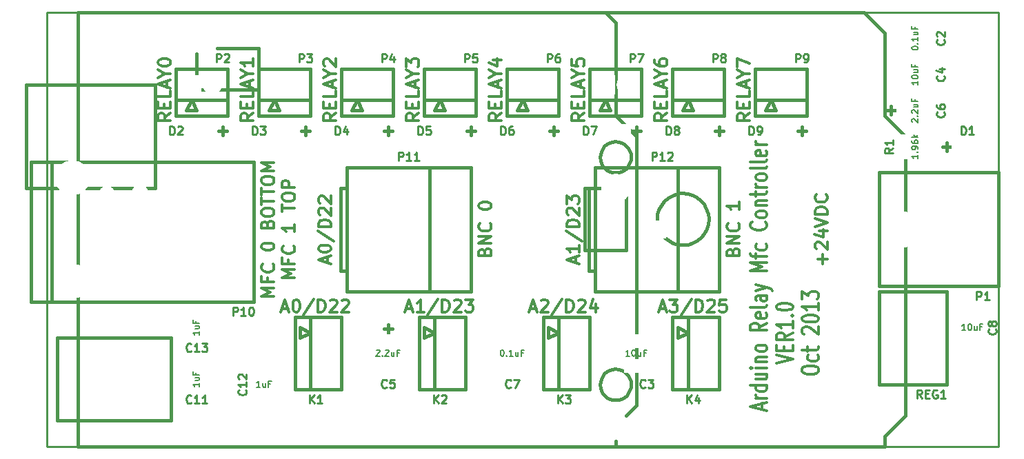
<source format=gto>
G04 (created by PCBNEW-RS274X (2011-05-25)-stable) date Wed 09 Oct 2013 04:42:06 PM EDT*
G01*
G70*
G90*
%MOIN*%
G04 Gerber Fmt 3.4, Leading zero omitted, Abs format*
%FSLAX34Y34*%
G04 APERTURE LIST*
%ADD10C,0.006000*%
%ADD11C,0.012000*%
%ADD12C,0.009000*%
%ADD13C,0.015000*%
%ADD14C,0.005000*%
%ADD15C,0.010000*%
%ADD16C,0.096000*%
%ADD17C,0.160000*%
%ADD18C,0.180000*%
%ADD19C,0.175000*%
%ADD20O,0.080000X0.120000*%
%ADD21C,0.080000*%
%ADD22R,0.120000X0.070000*%
%ADD23R,0.070000X0.120000*%
%ADD24R,0.067000X0.067000*%
%ADD25C,0.093000*%
%ADD26R,0.093000X0.093000*%
%ADD27C,0.170000*%
%ADD28C,0.140000*%
%ADD29R,0.085000X0.085000*%
%ADD30C,0.085000*%
G04 APERTURE END LIST*
G54D10*
G54D11*
X76679Y-42085D02*
X76707Y-41999D01*
X76736Y-41971D01*
X76793Y-41942D01*
X76879Y-41942D01*
X76936Y-41971D01*
X76964Y-41999D01*
X76993Y-42057D01*
X76993Y-42285D01*
X76393Y-42285D01*
X76393Y-42085D01*
X76421Y-42028D01*
X76450Y-41999D01*
X76507Y-41971D01*
X76564Y-41971D01*
X76621Y-41999D01*
X76650Y-42028D01*
X76679Y-42085D01*
X76679Y-42285D01*
X76993Y-41685D02*
X76393Y-41685D01*
X76993Y-41342D01*
X76393Y-41342D01*
X76936Y-40713D02*
X76964Y-40742D01*
X76993Y-40828D01*
X76993Y-40885D01*
X76964Y-40970D01*
X76907Y-41028D01*
X76850Y-41056D01*
X76736Y-41085D01*
X76650Y-41085D01*
X76536Y-41056D01*
X76479Y-41028D01*
X76421Y-40970D01*
X76393Y-40885D01*
X76393Y-40828D01*
X76421Y-40742D01*
X76450Y-40713D01*
X76993Y-39685D02*
X76993Y-40028D01*
X76993Y-39856D02*
X76393Y-39856D01*
X76479Y-39913D01*
X76536Y-39971D01*
X76564Y-40028D01*
X64679Y-42085D02*
X64707Y-41999D01*
X64736Y-41971D01*
X64793Y-41942D01*
X64879Y-41942D01*
X64936Y-41971D01*
X64964Y-41999D01*
X64993Y-42057D01*
X64993Y-42285D01*
X64393Y-42285D01*
X64393Y-42085D01*
X64421Y-42028D01*
X64450Y-41999D01*
X64507Y-41971D01*
X64564Y-41971D01*
X64621Y-41999D01*
X64650Y-42028D01*
X64679Y-42085D01*
X64679Y-42285D01*
X64993Y-41685D02*
X64393Y-41685D01*
X64993Y-41342D01*
X64393Y-41342D01*
X64936Y-40713D02*
X64964Y-40742D01*
X64993Y-40828D01*
X64993Y-40885D01*
X64964Y-40970D01*
X64907Y-41028D01*
X64850Y-41056D01*
X64736Y-41085D01*
X64650Y-41085D01*
X64536Y-41056D01*
X64479Y-41028D01*
X64421Y-40970D01*
X64393Y-40885D01*
X64393Y-40828D01*
X64421Y-40742D01*
X64450Y-40713D01*
X64393Y-39885D02*
X64393Y-39828D01*
X64421Y-39771D01*
X64450Y-39742D01*
X64507Y-39713D01*
X64621Y-39685D01*
X64764Y-39685D01*
X64879Y-39713D01*
X64936Y-39742D01*
X64964Y-39771D01*
X64993Y-39828D01*
X64993Y-39885D01*
X64964Y-39942D01*
X64936Y-39971D01*
X64879Y-39999D01*
X64764Y-40028D01*
X64621Y-40028D01*
X64507Y-39999D01*
X64450Y-39971D01*
X64421Y-39942D01*
X64393Y-39885D01*
X55493Y-43342D02*
X54893Y-43342D01*
X55321Y-43142D01*
X54893Y-42942D01*
X55493Y-42942D01*
X55179Y-42456D02*
X55179Y-42656D01*
X55493Y-42656D02*
X54893Y-42656D01*
X54893Y-42370D01*
X55436Y-41799D02*
X55464Y-41828D01*
X55493Y-41914D01*
X55493Y-41971D01*
X55464Y-42056D01*
X55407Y-42114D01*
X55350Y-42142D01*
X55236Y-42171D01*
X55150Y-42171D01*
X55036Y-42142D01*
X54979Y-42114D01*
X54921Y-42056D01*
X54893Y-41971D01*
X54893Y-41914D01*
X54921Y-41828D01*
X54950Y-41799D01*
X55493Y-40771D02*
X55493Y-41114D01*
X55493Y-40942D02*
X54893Y-40942D01*
X54979Y-40999D01*
X55036Y-41057D01*
X55064Y-41114D01*
X54893Y-40143D02*
X54893Y-39800D01*
X55493Y-39971D02*
X54893Y-39971D01*
X54893Y-39486D02*
X54893Y-39372D01*
X54921Y-39314D01*
X54979Y-39257D01*
X55093Y-39229D01*
X55293Y-39229D01*
X55407Y-39257D01*
X55464Y-39314D01*
X55493Y-39372D01*
X55493Y-39486D01*
X55464Y-39543D01*
X55407Y-39600D01*
X55293Y-39629D01*
X55093Y-39629D01*
X54979Y-39600D01*
X54921Y-39543D01*
X54893Y-39486D01*
X55493Y-38971D02*
X54893Y-38971D01*
X54893Y-38743D01*
X54921Y-38685D01*
X54950Y-38657D01*
X55007Y-38628D01*
X55093Y-38628D01*
X55150Y-38657D01*
X55179Y-38685D01*
X55207Y-38743D01*
X55207Y-38971D01*
X54493Y-44228D02*
X53893Y-44228D01*
X54321Y-44028D01*
X53893Y-43828D01*
X54493Y-43828D01*
X54179Y-43342D02*
X54179Y-43542D01*
X54493Y-43542D02*
X53893Y-43542D01*
X53893Y-43256D01*
X54436Y-42685D02*
X54464Y-42714D01*
X54493Y-42800D01*
X54493Y-42857D01*
X54464Y-42942D01*
X54407Y-43000D01*
X54350Y-43028D01*
X54236Y-43057D01*
X54150Y-43057D01*
X54036Y-43028D01*
X53979Y-43000D01*
X53921Y-42942D01*
X53893Y-42857D01*
X53893Y-42800D01*
X53921Y-42714D01*
X53950Y-42685D01*
X53893Y-41857D02*
X53893Y-41800D01*
X53921Y-41743D01*
X53950Y-41714D01*
X54007Y-41685D01*
X54121Y-41657D01*
X54264Y-41657D01*
X54379Y-41685D01*
X54436Y-41714D01*
X54464Y-41743D01*
X54493Y-41800D01*
X54493Y-41857D01*
X54464Y-41914D01*
X54436Y-41943D01*
X54379Y-41971D01*
X54264Y-42000D01*
X54121Y-42000D01*
X54007Y-41971D01*
X53950Y-41943D01*
X53921Y-41914D01*
X53893Y-41857D01*
X54179Y-40743D02*
X54207Y-40657D01*
X54236Y-40629D01*
X54293Y-40600D01*
X54379Y-40600D01*
X54436Y-40629D01*
X54464Y-40657D01*
X54493Y-40715D01*
X54493Y-40943D01*
X53893Y-40943D01*
X53893Y-40743D01*
X53921Y-40686D01*
X53950Y-40657D01*
X54007Y-40629D01*
X54064Y-40629D01*
X54121Y-40657D01*
X54150Y-40686D01*
X54179Y-40743D01*
X54179Y-40943D01*
X53893Y-40229D02*
X53893Y-40115D01*
X53921Y-40057D01*
X53979Y-40000D01*
X54093Y-39972D01*
X54293Y-39972D01*
X54407Y-40000D01*
X54464Y-40057D01*
X54493Y-40115D01*
X54493Y-40229D01*
X54464Y-40286D01*
X54407Y-40343D01*
X54293Y-40372D01*
X54093Y-40372D01*
X53979Y-40343D01*
X53921Y-40286D01*
X53893Y-40229D01*
X53893Y-39800D02*
X53893Y-39457D01*
X54493Y-39628D02*
X53893Y-39628D01*
X53893Y-39343D02*
X53893Y-39000D01*
X54493Y-39171D02*
X53893Y-39171D01*
X53893Y-38686D02*
X53893Y-38572D01*
X53921Y-38514D01*
X53979Y-38457D01*
X54093Y-38429D01*
X54293Y-38429D01*
X54407Y-38457D01*
X54464Y-38514D01*
X54493Y-38572D01*
X54493Y-38686D01*
X54464Y-38743D01*
X54407Y-38800D01*
X54293Y-38829D01*
X54093Y-38829D01*
X53979Y-38800D01*
X53921Y-38743D01*
X53893Y-38686D01*
X54493Y-38171D02*
X53893Y-38171D01*
X54321Y-37971D01*
X53893Y-37771D01*
X54493Y-37771D01*
G54D12*
X89500Y-51500D02*
X43500Y-51500D01*
X43500Y-30500D02*
X89500Y-30500D01*
X43500Y-30500D02*
X43500Y-51500D01*
G54D11*
X78095Y-49706D02*
X78095Y-49420D01*
X78324Y-49763D02*
X77524Y-49563D01*
X78324Y-49363D01*
X78324Y-49163D02*
X77790Y-49163D01*
X77943Y-49163D02*
X77867Y-49135D01*
X77829Y-49106D01*
X77790Y-49049D01*
X77790Y-48992D01*
X78324Y-48535D02*
X77524Y-48535D01*
X78286Y-48535D02*
X78324Y-48592D01*
X78324Y-48706D01*
X78286Y-48764D01*
X78248Y-48792D01*
X78171Y-48821D01*
X77943Y-48821D01*
X77867Y-48792D01*
X77829Y-48764D01*
X77790Y-48706D01*
X77790Y-48592D01*
X77829Y-48535D01*
X77790Y-47992D02*
X78324Y-47992D01*
X77790Y-48249D02*
X78210Y-48249D01*
X78286Y-48221D01*
X78324Y-48163D01*
X78324Y-48078D01*
X78286Y-48021D01*
X78248Y-47992D01*
X78324Y-47706D02*
X77790Y-47706D01*
X77524Y-47706D02*
X77562Y-47735D01*
X77600Y-47706D01*
X77562Y-47678D01*
X77524Y-47706D01*
X77600Y-47706D01*
X77790Y-47420D02*
X78324Y-47420D01*
X77867Y-47420D02*
X77829Y-47392D01*
X77790Y-47334D01*
X77790Y-47249D01*
X77829Y-47192D01*
X77905Y-47163D01*
X78324Y-47163D01*
X78324Y-46791D02*
X78286Y-46849D01*
X78248Y-46877D01*
X78171Y-46906D01*
X77943Y-46906D01*
X77867Y-46877D01*
X77829Y-46849D01*
X77790Y-46791D01*
X77790Y-46706D01*
X77829Y-46649D01*
X77867Y-46620D01*
X77943Y-46591D01*
X78171Y-46591D01*
X78248Y-46620D01*
X78286Y-46649D01*
X78324Y-46706D01*
X78324Y-46791D01*
X78324Y-45534D02*
X77943Y-45734D01*
X78324Y-45877D02*
X77524Y-45877D01*
X77524Y-45649D01*
X77562Y-45591D01*
X77600Y-45563D01*
X77676Y-45534D01*
X77790Y-45534D01*
X77867Y-45563D01*
X77905Y-45591D01*
X77943Y-45649D01*
X77943Y-45877D01*
X78286Y-45049D02*
X78324Y-45106D01*
X78324Y-45220D01*
X78286Y-45277D01*
X78210Y-45306D01*
X77905Y-45306D01*
X77829Y-45277D01*
X77790Y-45220D01*
X77790Y-45106D01*
X77829Y-45049D01*
X77905Y-45020D01*
X77981Y-45020D01*
X78057Y-45306D01*
X78324Y-44677D02*
X78286Y-44735D01*
X78210Y-44763D01*
X77524Y-44763D01*
X78324Y-44192D02*
X77905Y-44192D01*
X77829Y-44221D01*
X77790Y-44278D01*
X77790Y-44392D01*
X77829Y-44449D01*
X78286Y-44192D02*
X78324Y-44249D01*
X78324Y-44392D01*
X78286Y-44449D01*
X78210Y-44478D01*
X78133Y-44478D01*
X78057Y-44449D01*
X78019Y-44392D01*
X78019Y-44249D01*
X77981Y-44192D01*
X77790Y-43963D02*
X78324Y-43820D01*
X77790Y-43678D02*
X78324Y-43820D01*
X78514Y-43878D01*
X78552Y-43906D01*
X78590Y-43963D01*
X78324Y-42992D02*
X77524Y-42992D01*
X78095Y-42792D01*
X77524Y-42592D01*
X78324Y-42592D01*
X77790Y-42392D02*
X77790Y-42163D01*
X78324Y-42306D02*
X77638Y-42306D01*
X77562Y-42278D01*
X77524Y-42220D01*
X77524Y-42163D01*
X78286Y-41706D02*
X78324Y-41763D01*
X78324Y-41877D01*
X78286Y-41935D01*
X78248Y-41963D01*
X78171Y-41992D01*
X77943Y-41992D01*
X77867Y-41963D01*
X77829Y-41935D01*
X77790Y-41877D01*
X77790Y-41763D01*
X77829Y-41706D01*
X78248Y-40649D02*
X78286Y-40678D01*
X78324Y-40764D01*
X78324Y-40821D01*
X78286Y-40906D01*
X78210Y-40964D01*
X78133Y-40992D01*
X77981Y-41021D01*
X77867Y-41021D01*
X77714Y-40992D01*
X77638Y-40964D01*
X77562Y-40906D01*
X77524Y-40821D01*
X77524Y-40764D01*
X77562Y-40678D01*
X77600Y-40649D01*
X78324Y-40306D02*
X78286Y-40364D01*
X78248Y-40392D01*
X78171Y-40421D01*
X77943Y-40421D01*
X77867Y-40392D01*
X77829Y-40364D01*
X77790Y-40306D01*
X77790Y-40221D01*
X77829Y-40164D01*
X77867Y-40135D01*
X77943Y-40106D01*
X78171Y-40106D01*
X78248Y-40135D01*
X78286Y-40164D01*
X78324Y-40221D01*
X78324Y-40306D01*
X77790Y-39849D02*
X78324Y-39849D01*
X77867Y-39849D02*
X77829Y-39821D01*
X77790Y-39763D01*
X77790Y-39678D01*
X77829Y-39621D01*
X77905Y-39592D01*
X78324Y-39592D01*
X77790Y-39392D02*
X77790Y-39163D01*
X77524Y-39306D02*
X78210Y-39306D01*
X78286Y-39278D01*
X78324Y-39220D01*
X78324Y-39163D01*
X78324Y-38963D02*
X77790Y-38963D01*
X77943Y-38963D02*
X77867Y-38935D01*
X77829Y-38906D01*
X77790Y-38849D01*
X77790Y-38792D01*
X78324Y-38506D02*
X78286Y-38564D01*
X78248Y-38592D01*
X78171Y-38621D01*
X77943Y-38621D01*
X77867Y-38592D01*
X77829Y-38564D01*
X77790Y-38506D01*
X77790Y-38421D01*
X77829Y-38364D01*
X77867Y-38335D01*
X77943Y-38306D01*
X78171Y-38306D01*
X78248Y-38335D01*
X78286Y-38364D01*
X78324Y-38421D01*
X78324Y-38506D01*
X78324Y-37963D02*
X78286Y-38021D01*
X78210Y-38049D01*
X77524Y-38049D01*
X78324Y-37649D02*
X78286Y-37707D01*
X78210Y-37735D01*
X77524Y-37735D01*
X78286Y-37193D02*
X78324Y-37250D01*
X78324Y-37364D01*
X78286Y-37421D01*
X78210Y-37450D01*
X77905Y-37450D01*
X77829Y-37421D01*
X77790Y-37364D01*
X77790Y-37250D01*
X77829Y-37193D01*
X77905Y-37164D01*
X77981Y-37164D01*
X78057Y-37450D01*
X78324Y-36907D02*
X77790Y-36907D01*
X77943Y-36907D02*
X77867Y-36879D01*
X77829Y-36850D01*
X77790Y-36793D01*
X77790Y-36736D01*
X80024Y-47856D02*
X80024Y-47742D01*
X80062Y-47684D01*
X80138Y-47627D01*
X80290Y-47599D01*
X80557Y-47599D01*
X80710Y-47627D01*
X80786Y-47684D01*
X80824Y-47742D01*
X80824Y-47856D01*
X80786Y-47913D01*
X80710Y-47970D01*
X80557Y-47999D01*
X80290Y-47999D01*
X80138Y-47970D01*
X80062Y-47913D01*
X80024Y-47856D01*
X80786Y-47084D02*
X80824Y-47141D01*
X80824Y-47255D01*
X80786Y-47313D01*
X80748Y-47341D01*
X80671Y-47370D01*
X80443Y-47370D01*
X80367Y-47341D01*
X80329Y-47313D01*
X80290Y-47255D01*
X80290Y-47141D01*
X80329Y-47084D01*
X80290Y-46913D02*
X80290Y-46684D01*
X80024Y-46827D02*
X80710Y-46827D01*
X80786Y-46799D01*
X80824Y-46741D01*
X80824Y-46684D01*
X80100Y-46056D02*
X80062Y-46027D01*
X80024Y-45970D01*
X80024Y-45827D01*
X80062Y-45770D01*
X80100Y-45741D01*
X80176Y-45713D01*
X80252Y-45713D01*
X80367Y-45741D01*
X80824Y-46084D01*
X80824Y-45713D01*
X80024Y-45342D02*
X80024Y-45285D01*
X80062Y-45228D01*
X80100Y-45199D01*
X80176Y-45170D01*
X80329Y-45142D01*
X80519Y-45142D01*
X80671Y-45170D01*
X80748Y-45199D01*
X80786Y-45228D01*
X80824Y-45285D01*
X80824Y-45342D01*
X80786Y-45399D01*
X80748Y-45428D01*
X80671Y-45456D01*
X80519Y-45485D01*
X80329Y-45485D01*
X80176Y-45456D01*
X80100Y-45428D01*
X80062Y-45399D01*
X80024Y-45342D01*
X80824Y-44571D02*
X80824Y-44914D01*
X80824Y-44742D02*
X80024Y-44742D01*
X80138Y-44799D01*
X80214Y-44857D01*
X80252Y-44914D01*
X80024Y-44371D02*
X80024Y-44000D01*
X80329Y-44200D01*
X80329Y-44114D01*
X80367Y-44057D01*
X80405Y-44028D01*
X80481Y-44000D01*
X80671Y-44000D01*
X80748Y-44028D01*
X80786Y-44057D01*
X80824Y-44114D01*
X80824Y-44286D01*
X80786Y-44343D01*
X80748Y-44371D01*
X78774Y-47485D02*
X79574Y-47285D01*
X78774Y-47085D01*
X79155Y-46885D02*
X79155Y-46685D01*
X79574Y-46599D02*
X79574Y-46885D01*
X78774Y-46885D01*
X78774Y-46599D01*
X79574Y-45999D02*
X79193Y-46199D01*
X79574Y-46342D02*
X78774Y-46342D01*
X78774Y-46114D01*
X78812Y-46056D01*
X78850Y-46028D01*
X78926Y-45999D01*
X79040Y-45999D01*
X79117Y-46028D01*
X79155Y-46056D01*
X79193Y-46114D01*
X79193Y-46342D01*
X79574Y-45428D02*
X79574Y-45771D01*
X79574Y-45599D02*
X78774Y-45599D01*
X78888Y-45656D01*
X78964Y-45714D01*
X79002Y-45771D01*
X79498Y-45171D02*
X79536Y-45143D01*
X79574Y-45171D01*
X79536Y-45200D01*
X79498Y-45171D01*
X79574Y-45171D01*
X78774Y-44771D02*
X78774Y-44714D01*
X78812Y-44657D01*
X78850Y-44628D01*
X78926Y-44599D01*
X79079Y-44571D01*
X79269Y-44571D01*
X79421Y-44599D01*
X79498Y-44628D01*
X79536Y-44657D01*
X79574Y-44714D01*
X79574Y-44771D01*
X79536Y-44828D01*
X79498Y-44857D01*
X79421Y-44885D01*
X79269Y-44914D01*
X79079Y-44914D01*
X78926Y-44885D01*
X78850Y-44857D01*
X78812Y-44828D01*
X78774Y-44771D01*
G54D12*
X89500Y-51500D02*
X89500Y-30500D01*
G54D13*
X89500Y-38250D02*
X89500Y-43750D01*
X89500Y-43750D02*
X83750Y-43750D01*
X83750Y-43750D02*
X83750Y-38250D01*
X83750Y-38250D02*
X89500Y-38250D01*
X71750Y-48500D02*
X71735Y-48645D01*
X71693Y-48785D01*
X71624Y-48915D01*
X71532Y-49028D01*
X71419Y-49121D01*
X71290Y-49191D01*
X71150Y-49234D01*
X71005Y-49249D01*
X70860Y-49236D01*
X70720Y-49195D01*
X70590Y-49127D01*
X70476Y-49035D01*
X70382Y-48923D01*
X70311Y-48795D01*
X70267Y-48655D01*
X70251Y-48510D01*
X70263Y-48365D01*
X70303Y-48224D01*
X70370Y-48094D01*
X70461Y-47980D01*
X70572Y-47885D01*
X70700Y-47813D01*
X70839Y-47768D01*
X70985Y-47751D01*
X71130Y-47762D01*
X71271Y-47801D01*
X71401Y-47867D01*
X71517Y-47957D01*
X71612Y-48068D01*
X71685Y-48195D01*
X71731Y-48334D01*
X71749Y-48480D01*
X71750Y-48500D01*
X71750Y-37500D02*
X71735Y-37645D01*
X71693Y-37785D01*
X71624Y-37915D01*
X71532Y-38028D01*
X71419Y-38121D01*
X71290Y-38191D01*
X71150Y-38234D01*
X71005Y-38249D01*
X70860Y-38236D01*
X70720Y-38195D01*
X70590Y-38127D01*
X70476Y-38035D01*
X70382Y-37923D01*
X70311Y-37795D01*
X70267Y-37655D01*
X70251Y-37510D01*
X70263Y-37365D01*
X70303Y-37224D01*
X70370Y-37094D01*
X70461Y-36980D01*
X70572Y-36885D01*
X70700Y-36813D01*
X70839Y-36768D01*
X70985Y-36751D01*
X71130Y-36762D01*
X71271Y-36801D01*
X71401Y-36867D01*
X71517Y-36957D01*
X71612Y-37068D01*
X71685Y-37195D01*
X71731Y-37334D01*
X71749Y-37480D01*
X71750Y-37500D01*
X69500Y-42000D02*
X71500Y-42000D01*
X71500Y-42000D02*
X71500Y-39000D01*
X71500Y-39000D02*
X69500Y-39000D01*
X69500Y-39000D02*
X69500Y-42000D01*
X50750Y-34250D02*
X50750Y-32500D01*
X51750Y-32250D02*
X53750Y-32250D01*
X53750Y-32250D02*
X53750Y-34250D01*
X53750Y-34250D02*
X50750Y-34250D01*
X75500Y-40500D02*
X75476Y-40742D01*
X75405Y-40976D01*
X75291Y-41191D01*
X75136Y-41380D01*
X74948Y-41536D01*
X74734Y-41652D01*
X74501Y-41724D01*
X74258Y-41749D01*
X74016Y-41727D01*
X73782Y-41658D01*
X73566Y-41545D01*
X73376Y-41393D01*
X73219Y-41206D01*
X73102Y-40992D01*
X73028Y-40759D01*
X73001Y-40517D01*
X73021Y-40275D01*
X73088Y-40040D01*
X73200Y-39823D01*
X73351Y-39632D01*
X73537Y-39474D01*
X73750Y-39355D01*
X73982Y-39280D01*
X74224Y-39251D01*
X74467Y-39269D01*
X74702Y-39335D01*
X74919Y-39445D01*
X75112Y-39595D01*
X75271Y-39780D01*
X75391Y-39992D01*
X75468Y-40224D01*
X75499Y-40466D01*
X75500Y-40500D01*
X42500Y-39000D02*
X42500Y-34000D01*
X42500Y-34000D02*
X48750Y-34000D01*
X48750Y-34000D02*
X48750Y-39000D01*
X48750Y-39000D02*
X42500Y-39000D01*
X71000Y-51250D02*
X71000Y-51500D01*
X71500Y-50000D02*
X72000Y-49500D01*
X44000Y-50250D02*
X44000Y-46250D01*
X44000Y-46250D02*
X49500Y-46250D01*
X49500Y-46250D02*
X49500Y-50250D01*
X49500Y-50250D02*
X44000Y-50250D01*
X70500Y-30500D02*
X71000Y-31000D01*
X71000Y-31000D02*
X71000Y-35500D01*
X71000Y-35500D02*
X72000Y-36500D01*
X72000Y-36500D02*
X72000Y-49500D01*
X45000Y-51500D02*
X45000Y-30500D01*
X45000Y-30500D02*
X83000Y-30500D01*
X83000Y-30500D02*
X84000Y-31500D01*
X84000Y-31500D02*
X84000Y-35500D01*
X84000Y-35500D02*
X85000Y-36500D01*
X85000Y-36500D02*
X85000Y-50000D01*
X85000Y-50000D02*
X84000Y-51000D01*
X84000Y-51000D02*
X84000Y-51500D01*
X84000Y-51500D02*
X45000Y-51500D01*
X59800Y-45800D02*
X60200Y-45800D01*
X60000Y-46000D02*
X60000Y-45600D01*
G54D14*
X60550Y-46700D02*
X60550Y-46100D01*
X60550Y-46100D02*
X59450Y-46100D01*
X59450Y-46100D02*
X59450Y-46700D01*
X59450Y-47300D02*
X59450Y-47900D01*
X59450Y-47900D02*
X60550Y-47900D01*
X60550Y-47900D02*
X60550Y-47300D01*
G54D13*
X84300Y-35450D02*
X84300Y-35050D01*
X84500Y-35250D02*
X84100Y-35250D01*
G54D14*
X85200Y-34700D02*
X84600Y-34700D01*
X84600Y-34700D02*
X84600Y-35800D01*
X84600Y-35800D02*
X85200Y-35800D01*
X85800Y-35800D02*
X86400Y-35800D01*
X86400Y-35800D02*
X86400Y-34700D01*
X86400Y-34700D02*
X85800Y-34700D01*
X85200Y-36450D02*
X84600Y-36450D01*
X84600Y-36450D02*
X84600Y-37550D01*
X84600Y-37550D02*
X85200Y-37550D01*
X85800Y-37550D02*
X86400Y-37550D01*
X86400Y-37550D02*
X86400Y-36450D01*
X86400Y-36450D02*
X85800Y-36450D01*
X66550Y-46700D02*
X66550Y-46100D01*
X66550Y-46100D02*
X65450Y-46100D01*
X65450Y-46100D02*
X65450Y-46700D01*
X65450Y-47300D02*
X65450Y-47900D01*
X65450Y-47900D02*
X66550Y-47900D01*
X66550Y-47900D02*
X66550Y-47300D01*
X85200Y-32950D02*
X84600Y-32950D01*
X84600Y-32950D02*
X84600Y-34050D01*
X84600Y-34050D02*
X85200Y-34050D01*
X85800Y-34050D02*
X86400Y-34050D01*
X86400Y-34050D02*
X86400Y-32950D01*
X86400Y-32950D02*
X85800Y-32950D01*
X85200Y-31200D02*
X84600Y-31200D01*
X84600Y-31200D02*
X84600Y-32300D01*
X84600Y-32300D02*
X85200Y-32300D01*
X85800Y-32300D02*
X86400Y-32300D01*
X86400Y-32300D02*
X86400Y-31200D01*
X86400Y-31200D02*
X85800Y-31200D01*
X72550Y-46700D02*
X72550Y-46100D01*
X72550Y-46100D02*
X71450Y-46100D01*
X71450Y-46100D02*
X71450Y-46700D01*
X71450Y-47300D02*
X71450Y-47900D01*
X71450Y-47900D02*
X72550Y-47900D01*
X72550Y-47900D02*
X72550Y-47300D01*
G54D13*
X56000Y-36050D02*
X56000Y-36450D01*
X55800Y-36250D02*
X56200Y-36250D01*
X87000Y-37200D02*
X87000Y-36800D01*
X87200Y-37000D02*
X86800Y-37000D01*
X52000Y-36050D02*
X52000Y-36450D01*
X51800Y-36250D02*
X52200Y-36250D01*
X80000Y-36050D02*
X80000Y-36450D01*
X79800Y-36250D02*
X80200Y-36250D01*
X76000Y-36050D02*
X76000Y-36450D01*
X75800Y-36250D02*
X76200Y-36250D01*
X60000Y-36050D02*
X60000Y-36450D01*
X59800Y-36250D02*
X60200Y-36250D01*
X64000Y-36050D02*
X64000Y-36450D01*
X63800Y-36250D02*
X64200Y-36250D01*
X68000Y-36050D02*
X68000Y-36450D01*
X67800Y-36250D02*
X68200Y-36250D01*
X72000Y-36050D02*
X72000Y-36450D01*
X71800Y-36250D02*
X72200Y-36250D01*
X67750Y-46250D02*
X68250Y-46000D01*
X68250Y-46000D02*
X67750Y-45750D01*
X67750Y-45750D02*
X67750Y-46250D01*
X67500Y-48750D02*
X67500Y-45250D01*
X67500Y-45250D02*
X68250Y-45250D01*
X67500Y-48750D02*
X68250Y-48750D01*
X68250Y-48750D02*
X69750Y-48750D01*
X69750Y-48750D02*
X69750Y-45250D01*
X69750Y-45250D02*
X68250Y-45250D01*
X68250Y-45250D02*
X68250Y-48750D01*
X74000Y-46250D02*
X74500Y-46000D01*
X74500Y-46000D02*
X74000Y-45750D01*
X74000Y-45750D02*
X74000Y-46250D01*
X73750Y-48750D02*
X73750Y-45250D01*
X73750Y-45250D02*
X74500Y-45250D01*
X73750Y-48750D02*
X74500Y-48750D01*
X74500Y-48750D02*
X76000Y-48750D01*
X76000Y-48750D02*
X76000Y-45250D01*
X76000Y-45250D02*
X74500Y-45250D01*
X74500Y-45250D02*
X74500Y-48750D01*
X61750Y-46250D02*
X62250Y-46000D01*
X62250Y-46000D02*
X61750Y-45750D01*
X61750Y-45750D02*
X61750Y-46250D01*
X61500Y-48750D02*
X61500Y-45250D01*
X61500Y-45250D02*
X62250Y-45250D01*
X61500Y-48750D02*
X62250Y-48750D01*
X62250Y-48750D02*
X63750Y-48750D01*
X63750Y-48750D02*
X63750Y-45250D01*
X63750Y-45250D02*
X62250Y-45250D01*
X62250Y-45250D02*
X62250Y-48750D01*
X55750Y-46250D02*
X56250Y-46000D01*
X56250Y-46000D02*
X55750Y-45750D01*
X55750Y-45750D02*
X55750Y-46250D01*
X55500Y-48750D02*
X55500Y-45250D01*
X55500Y-45250D02*
X56250Y-45250D01*
X55500Y-48750D02*
X56250Y-48750D01*
X56250Y-48750D02*
X57750Y-48750D01*
X57750Y-48750D02*
X57750Y-45250D01*
X57750Y-45250D02*
X56250Y-45250D01*
X56250Y-45250D02*
X56250Y-48750D01*
X52250Y-33250D02*
X49750Y-33250D01*
X52250Y-34750D02*
X49750Y-34750D01*
X52250Y-35500D02*
X49750Y-35500D01*
X50750Y-35250D02*
X50500Y-34750D01*
X50500Y-34750D02*
X50250Y-35250D01*
X50250Y-35250D02*
X50750Y-35250D01*
X49750Y-35500D02*
X49750Y-34750D01*
X52250Y-35500D02*
X52250Y-34750D01*
X52250Y-34750D02*
X52250Y-33250D01*
X49750Y-33250D02*
X49750Y-34750D01*
X56250Y-33250D02*
X53750Y-33250D01*
X56250Y-34750D02*
X53750Y-34750D01*
X56250Y-35500D02*
X53750Y-35500D01*
X54750Y-35250D02*
X54500Y-34750D01*
X54500Y-34750D02*
X54250Y-35250D01*
X54250Y-35250D02*
X54750Y-35250D01*
X53750Y-35500D02*
X53750Y-34750D01*
X56250Y-35500D02*
X56250Y-34750D01*
X56250Y-34750D02*
X56250Y-33250D01*
X53750Y-33250D02*
X53750Y-34750D01*
X60250Y-33250D02*
X57750Y-33250D01*
X60250Y-34750D02*
X57750Y-34750D01*
X60250Y-35500D02*
X57750Y-35500D01*
X58750Y-35250D02*
X58500Y-34750D01*
X58500Y-34750D02*
X58250Y-35250D01*
X58250Y-35250D02*
X58750Y-35250D01*
X57750Y-35500D02*
X57750Y-34750D01*
X60250Y-35500D02*
X60250Y-34750D01*
X60250Y-34750D02*
X60250Y-33250D01*
X57750Y-33250D02*
X57750Y-34750D01*
X64250Y-33250D02*
X61750Y-33250D01*
X64250Y-34750D02*
X61750Y-34750D01*
X64250Y-35500D02*
X61750Y-35500D01*
X62750Y-35250D02*
X62500Y-34750D01*
X62500Y-34750D02*
X62250Y-35250D01*
X62250Y-35250D02*
X62750Y-35250D01*
X61750Y-35500D02*
X61750Y-34750D01*
X64250Y-35500D02*
X64250Y-34750D01*
X64250Y-34750D02*
X64250Y-33250D01*
X61750Y-33250D02*
X61750Y-34750D01*
X68250Y-33250D02*
X65750Y-33250D01*
X68250Y-34750D02*
X65750Y-34750D01*
X68250Y-35500D02*
X65750Y-35500D01*
X66750Y-35250D02*
X66500Y-34750D01*
X66500Y-34750D02*
X66250Y-35250D01*
X66250Y-35250D02*
X66750Y-35250D01*
X65750Y-35500D02*
X65750Y-34750D01*
X68250Y-35500D02*
X68250Y-34750D01*
X68250Y-34750D02*
X68250Y-33250D01*
X65750Y-33250D02*
X65750Y-34750D01*
X72250Y-33250D02*
X69750Y-33250D01*
X72250Y-34750D02*
X69750Y-34750D01*
X72250Y-35500D02*
X69750Y-35500D01*
X70750Y-35250D02*
X70500Y-34750D01*
X70500Y-34750D02*
X70250Y-35250D01*
X70250Y-35250D02*
X70750Y-35250D01*
X69750Y-35500D02*
X69750Y-34750D01*
X72250Y-35500D02*
X72250Y-34750D01*
X72250Y-34750D02*
X72250Y-33250D01*
X69750Y-33250D02*
X69750Y-34750D01*
X76250Y-33250D02*
X73750Y-33250D01*
X76250Y-34750D02*
X73750Y-34750D01*
X76250Y-35500D02*
X73750Y-35500D01*
X74750Y-35250D02*
X74500Y-34750D01*
X74500Y-34750D02*
X74250Y-35250D01*
X74250Y-35250D02*
X74750Y-35250D01*
X73750Y-35500D02*
X73750Y-34750D01*
X76250Y-35500D02*
X76250Y-34750D01*
X76250Y-34750D02*
X76250Y-33250D01*
X73750Y-33250D02*
X73750Y-34750D01*
X80250Y-33250D02*
X77750Y-33250D01*
X80250Y-34750D02*
X77750Y-34750D01*
X80250Y-35500D02*
X77750Y-35500D01*
X78750Y-35250D02*
X78500Y-34750D01*
X78500Y-34750D02*
X78250Y-35250D01*
X78250Y-35250D02*
X78750Y-35250D01*
X77750Y-35500D02*
X77750Y-34750D01*
X80250Y-35500D02*
X80250Y-34750D01*
X80250Y-34750D02*
X80250Y-33250D01*
X77750Y-33250D02*
X77750Y-34750D01*
G54D14*
X88800Y-45450D02*
X88800Y-44850D01*
X88800Y-44850D02*
X87700Y-44850D01*
X87700Y-44850D02*
X87700Y-45450D01*
X87700Y-46050D02*
X87700Y-46650D01*
X87700Y-46650D02*
X88800Y-46650D01*
X88800Y-46650D02*
X88800Y-46050D01*
X51050Y-48800D02*
X51650Y-48800D01*
X51650Y-48800D02*
X51650Y-47700D01*
X51650Y-47700D02*
X51050Y-47700D01*
X50450Y-47700D02*
X49850Y-47700D01*
X49850Y-47700D02*
X49850Y-48800D01*
X49850Y-48800D02*
X50450Y-48800D01*
X53450Y-48800D02*
X53450Y-49400D01*
X53450Y-49400D02*
X54550Y-49400D01*
X54550Y-49400D02*
X54550Y-48800D01*
X54550Y-48200D02*
X54550Y-47600D01*
X54550Y-47600D02*
X53450Y-47600D01*
X53450Y-47600D02*
X53450Y-48200D01*
X50450Y-45200D02*
X49850Y-45200D01*
X49850Y-45200D02*
X49850Y-46300D01*
X49850Y-46300D02*
X50450Y-46300D01*
X51050Y-46300D02*
X51650Y-46300D01*
X51650Y-46300D02*
X51650Y-45200D01*
X51650Y-45200D02*
X51050Y-45200D01*
G54D13*
X43750Y-44500D02*
X43750Y-37750D01*
X42750Y-44500D02*
X42750Y-37750D01*
X42750Y-37750D02*
X53500Y-37750D01*
X53500Y-37750D02*
X53500Y-44500D01*
X53500Y-44500D02*
X42750Y-44500D01*
X87000Y-44000D02*
X83750Y-44000D01*
X83750Y-44000D02*
X83750Y-48500D01*
X83750Y-48500D02*
X87000Y-48500D01*
X87000Y-48500D02*
X87000Y-44000D01*
X58000Y-38000D02*
X64000Y-38000D01*
X58000Y-44000D02*
X64000Y-44000D01*
X58000Y-43000D02*
X57700Y-43000D01*
X57700Y-43000D02*
X57700Y-39000D01*
X57700Y-39000D02*
X58000Y-39000D01*
X62000Y-44000D02*
X62000Y-38000D01*
X58000Y-44000D02*
X58000Y-38000D01*
X64000Y-44000D02*
X64000Y-38000D01*
X70000Y-38000D02*
X76000Y-38000D01*
X70000Y-44000D02*
X76000Y-44000D01*
X70000Y-43000D02*
X69700Y-43000D01*
X69700Y-43000D02*
X69700Y-39000D01*
X69700Y-39000D02*
X70000Y-39000D01*
X74000Y-44000D02*
X74000Y-38000D01*
X70000Y-44000D02*
X70000Y-38000D01*
X76000Y-44000D02*
X76000Y-38000D01*
G54D15*
X88455Y-44412D02*
X88455Y-44012D01*
X88608Y-44012D01*
X88646Y-44031D01*
X88665Y-44050D01*
X88684Y-44088D01*
X88684Y-44145D01*
X88665Y-44183D01*
X88646Y-44202D01*
X88608Y-44221D01*
X88455Y-44221D01*
X89065Y-44412D02*
X88836Y-44412D01*
X88950Y-44412D02*
X88950Y-44012D01*
X88912Y-44069D01*
X88874Y-44107D01*
X88836Y-44126D01*
G54D11*
X81014Y-42656D02*
X81014Y-42199D01*
X81243Y-42428D02*
X80786Y-42428D01*
X80700Y-41942D02*
X80671Y-41913D01*
X80643Y-41856D01*
X80643Y-41713D01*
X80671Y-41656D01*
X80700Y-41627D01*
X80757Y-41599D01*
X80814Y-41599D01*
X80900Y-41627D01*
X81243Y-41970D01*
X81243Y-41599D01*
X80843Y-41085D02*
X81243Y-41085D01*
X80614Y-41228D02*
X81043Y-41371D01*
X81043Y-40999D01*
X80643Y-40857D02*
X81243Y-40657D01*
X80643Y-40457D01*
X81243Y-40257D02*
X80643Y-40257D01*
X80643Y-40114D01*
X80671Y-40029D01*
X80729Y-39971D01*
X80786Y-39943D01*
X80900Y-39914D01*
X80986Y-39914D01*
X81100Y-39943D01*
X81157Y-39971D01*
X81214Y-40029D01*
X81243Y-40114D01*
X81243Y-40257D01*
X81186Y-39314D02*
X81214Y-39343D01*
X81243Y-39429D01*
X81243Y-39486D01*
X81214Y-39571D01*
X81157Y-39629D01*
X81100Y-39657D01*
X80986Y-39686D01*
X80900Y-39686D01*
X80786Y-39657D01*
X80729Y-39629D01*
X80671Y-39571D01*
X80643Y-39486D01*
X80643Y-39429D01*
X80671Y-39343D01*
X80700Y-39314D01*
G54D15*
X59934Y-48624D02*
X59915Y-48643D01*
X59858Y-48662D01*
X59820Y-48662D01*
X59762Y-48643D01*
X59724Y-48605D01*
X59705Y-48567D01*
X59686Y-48490D01*
X59686Y-48433D01*
X59705Y-48357D01*
X59724Y-48319D01*
X59762Y-48281D01*
X59820Y-48262D01*
X59858Y-48262D01*
X59915Y-48281D01*
X59934Y-48300D01*
X60296Y-48262D02*
X60105Y-48262D01*
X60086Y-48452D01*
X60105Y-48433D01*
X60143Y-48414D01*
X60239Y-48414D01*
X60277Y-48433D01*
X60296Y-48452D01*
X60315Y-48490D01*
X60315Y-48586D01*
X60296Y-48624D01*
X60277Y-48643D01*
X60239Y-48662D01*
X60143Y-48662D01*
X60105Y-48643D01*
X60086Y-48624D01*
G54D14*
X59436Y-46850D02*
X59450Y-46836D01*
X59479Y-46821D01*
X59550Y-46821D01*
X59579Y-46836D01*
X59593Y-46850D01*
X59608Y-46879D01*
X59608Y-46907D01*
X59593Y-46950D01*
X59422Y-47121D01*
X59608Y-47121D01*
X59736Y-47093D02*
X59751Y-47107D01*
X59736Y-47121D01*
X59722Y-47107D01*
X59736Y-47093D01*
X59736Y-47121D01*
X59865Y-46850D02*
X59879Y-46836D01*
X59908Y-46821D01*
X59979Y-46821D01*
X60008Y-46836D01*
X60022Y-46850D01*
X60037Y-46879D01*
X60037Y-46907D01*
X60022Y-46950D01*
X59851Y-47121D01*
X60037Y-47121D01*
X60294Y-46921D02*
X60294Y-47121D01*
X60165Y-46921D02*
X60165Y-47079D01*
X60180Y-47107D01*
X60208Y-47121D01*
X60251Y-47121D01*
X60280Y-47107D01*
X60294Y-47093D01*
X60536Y-46964D02*
X60436Y-46964D01*
X60436Y-47121D02*
X60436Y-46821D01*
X60579Y-46821D01*
G54D15*
X86874Y-35316D02*
X86893Y-35335D01*
X86912Y-35392D01*
X86912Y-35430D01*
X86893Y-35488D01*
X86855Y-35526D01*
X86817Y-35545D01*
X86740Y-35564D01*
X86683Y-35564D01*
X86607Y-35545D01*
X86569Y-35526D01*
X86531Y-35488D01*
X86512Y-35430D01*
X86512Y-35392D01*
X86531Y-35335D01*
X86550Y-35316D01*
X86512Y-34973D02*
X86512Y-35050D01*
X86531Y-35088D01*
X86550Y-35107D01*
X86607Y-35145D01*
X86683Y-35164D01*
X86836Y-35164D01*
X86874Y-35145D01*
X86893Y-35126D01*
X86912Y-35088D01*
X86912Y-35011D01*
X86893Y-34973D01*
X86874Y-34954D01*
X86836Y-34935D01*
X86740Y-34935D01*
X86702Y-34954D01*
X86683Y-34973D01*
X86664Y-35011D01*
X86664Y-35088D01*
X86683Y-35126D01*
X86702Y-35145D01*
X86740Y-35164D01*
G54D14*
X85350Y-35814D02*
X85336Y-35800D01*
X85321Y-35771D01*
X85321Y-35700D01*
X85336Y-35671D01*
X85350Y-35657D01*
X85379Y-35642D01*
X85407Y-35642D01*
X85450Y-35657D01*
X85621Y-35828D01*
X85621Y-35642D01*
X85593Y-35514D02*
X85607Y-35499D01*
X85621Y-35514D01*
X85607Y-35528D01*
X85593Y-35514D01*
X85621Y-35514D01*
X85350Y-35385D02*
X85336Y-35371D01*
X85321Y-35342D01*
X85321Y-35271D01*
X85336Y-35242D01*
X85350Y-35228D01*
X85379Y-35213D01*
X85407Y-35213D01*
X85450Y-35228D01*
X85621Y-35399D01*
X85621Y-35213D01*
X85421Y-34956D02*
X85621Y-34956D01*
X85421Y-35085D02*
X85579Y-35085D01*
X85607Y-35070D01*
X85621Y-35042D01*
X85621Y-34999D01*
X85607Y-34970D01*
X85593Y-34956D01*
X85464Y-34714D02*
X85464Y-34814D01*
X85621Y-34814D02*
X85321Y-34814D01*
X85321Y-34671D01*
G54D15*
X84412Y-37066D02*
X84221Y-37200D01*
X84412Y-37295D02*
X84012Y-37295D01*
X84012Y-37142D01*
X84031Y-37104D01*
X84050Y-37085D01*
X84088Y-37066D01*
X84145Y-37066D01*
X84183Y-37085D01*
X84202Y-37104D01*
X84221Y-37142D01*
X84221Y-37295D01*
X84412Y-36685D02*
X84412Y-36914D01*
X84412Y-36800D02*
X84012Y-36800D01*
X84069Y-36838D01*
X84107Y-36876D01*
X84126Y-36914D01*
G54D14*
X85621Y-37393D02*
X85621Y-37565D01*
X85621Y-37479D02*
X85321Y-37479D01*
X85364Y-37508D01*
X85393Y-37536D01*
X85407Y-37565D01*
X85593Y-37265D02*
X85607Y-37250D01*
X85621Y-37265D01*
X85607Y-37279D01*
X85593Y-37265D01*
X85621Y-37265D01*
X85621Y-37107D02*
X85621Y-37050D01*
X85607Y-37022D01*
X85593Y-37007D01*
X85550Y-36979D01*
X85493Y-36964D01*
X85379Y-36964D01*
X85350Y-36979D01*
X85336Y-36993D01*
X85321Y-37022D01*
X85321Y-37079D01*
X85336Y-37107D01*
X85350Y-37122D01*
X85379Y-37136D01*
X85450Y-37136D01*
X85479Y-37122D01*
X85493Y-37107D01*
X85507Y-37079D01*
X85507Y-37022D01*
X85493Y-36993D01*
X85479Y-36979D01*
X85450Y-36964D01*
X85321Y-36707D02*
X85321Y-36764D01*
X85336Y-36793D01*
X85350Y-36807D01*
X85393Y-36836D01*
X85450Y-36850D01*
X85564Y-36850D01*
X85593Y-36836D01*
X85607Y-36821D01*
X85621Y-36793D01*
X85621Y-36736D01*
X85607Y-36707D01*
X85593Y-36693D01*
X85564Y-36678D01*
X85493Y-36678D01*
X85464Y-36693D01*
X85450Y-36707D01*
X85436Y-36736D01*
X85436Y-36793D01*
X85450Y-36821D01*
X85464Y-36836D01*
X85493Y-36850D01*
X85621Y-36550D02*
X85321Y-36550D01*
X85507Y-36521D02*
X85621Y-36435D01*
X85421Y-36435D02*
X85536Y-36550D01*
G54D15*
X65934Y-48624D02*
X65915Y-48643D01*
X65858Y-48662D01*
X65820Y-48662D01*
X65762Y-48643D01*
X65724Y-48605D01*
X65705Y-48567D01*
X65686Y-48490D01*
X65686Y-48433D01*
X65705Y-48357D01*
X65724Y-48319D01*
X65762Y-48281D01*
X65820Y-48262D01*
X65858Y-48262D01*
X65915Y-48281D01*
X65934Y-48300D01*
X66067Y-48262D02*
X66334Y-48262D01*
X66162Y-48662D01*
G54D14*
X65508Y-46821D02*
X65536Y-46821D01*
X65565Y-46836D01*
X65579Y-46850D01*
X65593Y-46879D01*
X65608Y-46936D01*
X65608Y-47007D01*
X65593Y-47064D01*
X65579Y-47093D01*
X65565Y-47107D01*
X65536Y-47121D01*
X65508Y-47121D01*
X65479Y-47107D01*
X65465Y-47093D01*
X65450Y-47064D01*
X65436Y-47007D01*
X65436Y-46936D01*
X65450Y-46879D01*
X65465Y-46850D01*
X65479Y-46836D01*
X65508Y-46821D01*
X65736Y-47093D02*
X65751Y-47107D01*
X65736Y-47121D01*
X65722Y-47107D01*
X65736Y-47093D01*
X65736Y-47121D01*
X66037Y-47121D02*
X65865Y-47121D01*
X65951Y-47121D02*
X65951Y-46821D01*
X65922Y-46864D01*
X65894Y-46893D01*
X65865Y-46907D01*
X66294Y-46921D02*
X66294Y-47121D01*
X66165Y-46921D02*
X66165Y-47079D01*
X66180Y-47107D01*
X66208Y-47121D01*
X66251Y-47121D01*
X66280Y-47107D01*
X66294Y-47093D01*
X66536Y-46964D02*
X66436Y-46964D01*
X66436Y-47121D02*
X66436Y-46821D01*
X66579Y-46821D01*
G54D15*
X86874Y-33566D02*
X86893Y-33585D01*
X86912Y-33642D01*
X86912Y-33680D01*
X86893Y-33738D01*
X86855Y-33776D01*
X86817Y-33795D01*
X86740Y-33814D01*
X86683Y-33814D01*
X86607Y-33795D01*
X86569Y-33776D01*
X86531Y-33738D01*
X86512Y-33680D01*
X86512Y-33642D01*
X86531Y-33585D01*
X86550Y-33566D01*
X86645Y-33223D02*
X86912Y-33223D01*
X86493Y-33319D02*
X86779Y-33414D01*
X86779Y-33166D01*
G54D14*
X85621Y-33821D02*
X85621Y-33993D01*
X85621Y-33907D02*
X85321Y-33907D01*
X85364Y-33936D01*
X85393Y-33964D01*
X85407Y-33993D01*
X85321Y-33635D02*
X85321Y-33607D01*
X85336Y-33578D01*
X85350Y-33564D01*
X85379Y-33550D01*
X85436Y-33535D01*
X85507Y-33535D01*
X85564Y-33550D01*
X85593Y-33564D01*
X85607Y-33578D01*
X85621Y-33607D01*
X85621Y-33635D01*
X85607Y-33664D01*
X85593Y-33678D01*
X85564Y-33693D01*
X85507Y-33707D01*
X85436Y-33707D01*
X85379Y-33693D01*
X85350Y-33678D01*
X85336Y-33664D01*
X85321Y-33635D01*
X85421Y-33278D02*
X85621Y-33278D01*
X85421Y-33407D02*
X85579Y-33407D01*
X85607Y-33392D01*
X85621Y-33364D01*
X85621Y-33321D01*
X85607Y-33292D01*
X85593Y-33278D01*
X85464Y-33036D02*
X85464Y-33136D01*
X85621Y-33136D02*
X85321Y-33136D01*
X85321Y-32993D01*
G54D15*
X86874Y-31816D02*
X86893Y-31835D01*
X86912Y-31892D01*
X86912Y-31930D01*
X86893Y-31988D01*
X86855Y-32026D01*
X86817Y-32045D01*
X86740Y-32064D01*
X86683Y-32064D01*
X86607Y-32045D01*
X86569Y-32026D01*
X86531Y-31988D01*
X86512Y-31930D01*
X86512Y-31892D01*
X86531Y-31835D01*
X86550Y-31816D01*
X86550Y-31664D02*
X86531Y-31645D01*
X86512Y-31607D01*
X86512Y-31511D01*
X86531Y-31473D01*
X86550Y-31454D01*
X86588Y-31435D01*
X86626Y-31435D01*
X86683Y-31454D01*
X86912Y-31683D01*
X86912Y-31435D01*
G54D14*
X85321Y-32242D02*
X85321Y-32214D01*
X85336Y-32185D01*
X85350Y-32171D01*
X85379Y-32157D01*
X85436Y-32142D01*
X85507Y-32142D01*
X85564Y-32157D01*
X85593Y-32171D01*
X85607Y-32185D01*
X85621Y-32214D01*
X85621Y-32242D01*
X85607Y-32271D01*
X85593Y-32285D01*
X85564Y-32300D01*
X85507Y-32314D01*
X85436Y-32314D01*
X85379Y-32300D01*
X85350Y-32285D01*
X85336Y-32271D01*
X85321Y-32242D01*
X85593Y-32014D02*
X85607Y-31999D01*
X85621Y-32014D01*
X85607Y-32028D01*
X85593Y-32014D01*
X85621Y-32014D01*
X85621Y-31713D02*
X85621Y-31885D01*
X85621Y-31799D02*
X85321Y-31799D01*
X85364Y-31828D01*
X85393Y-31856D01*
X85407Y-31885D01*
X85421Y-31456D02*
X85621Y-31456D01*
X85421Y-31585D02*
X85579Y-31585D01*
X85607Y-31570D01*
X85621Y-31542D01*
X85621Y-31499D01*
X85607Y-31470D01*
X85593Y-31456D01*
X85464Y-31214D02*
X85464Y-31314D01*
X85621Y-31314D02*
X85321Y-31314D01*
X85321Y-31171D01*
G54D15*
X72434Y-48624D02*
X72415Y-48643D01*
X72358Y-48662D01*
X72320Y-48662D01*
X72262Y-48643D01*
X72224Y-48605D01*
X72205Y-48567D01*
X72186Y-48490D01*
X72186Y-48433D01*
X72205Y-48357D01*
X72224Y-48319D01*
X72262Y-48281D01*
X72320Y-48262D01*
X72358Y-48262D01*
X72415Y-48281D01*
X72434Y-48300D01*
X72567Y-48262D02*
X72815Y-48262D01*
X72681Y-48414D01*
X72739Y-48414D01*
X72777Y-48433D01*
X72796Y-48452D01*
X72815Y-48490D01*
X72815Y-48586D01*
X72796Y-48624D01*
X72777Y-48643D01*
X72739Y-48662D01*
X72624Y-48662D01*
X72586Y-48643D01*
X72567Y-48624D01*
G54D14*
X71679Y-47121D02*
X71507Y-47121D01*
X71593Y-47121D02*
X71593Y-46821D01*
X71564Y-46864D01*
X71536Y-46893D01*
X71507Y-46907D01*
X71865Y-46821D02*
X71893Y-46821D01*
X71922Y-46836D01*
X71936Y-46850D01*
X71950Y-46879D01*
X71965Y-46936D01*
X71965Y-47007D01*
X71950Y-47064D01*
X71936Y-47093D01*
X71922Y-47107D01*
X71893Y-47121D01*
X71865Y-47121D01*
X71836Y-47107D01*
X71822Y-47093D01*
X71807Y-47064D01*
X71793Y-47007D01*
X71793Y-46936D01*
X71807Y-46879D01*
X71822Y-46850D01*
X71836Y-46836D01*
X71865Y-46821D01*
X72222Y-46921D02*
X72222Y-47121D01*
X72093Y-46921D02*
X72093Y-47079D01*
X72108Y-47107D01*
X72136Y-47121D01*
X72179Y-47121D01*
X72208Y-47107D01*
X72222Y-47093D01*
X72464Y-46964D02*
X72364Y-46964D01*
X72364Y-47121D02*
X72364Y-46821D01*
X72507Y-46821D01*
G54D15*
X53455Y-36412D02*
X53455Y-36012D01*
X53550Y-36012D01*
X53608Y-36031D01*
X53646Y-36069D01*
X53665Y-36107D01*
X53684Y-36183D01*
X53684Y-36240D01*
X53665Y-36317D01*
X53646Y-36355D01*
X53608Y-36393D01*
X53550Y-36412D01*
X53455Y-36412D01*
X53817Y-36012D02*
X54065Y-36012D01*
X53931Y-36164D01*
X53989Y-36164D01*
X54027Y-36183D01*
X54046Y-36202D01*
X54065Y-36240D01*
X54065Y-36336D01*
X54046Y-36374D01*
X54027Y-36393D01*
X53989Y-36412D01*
X53874Y-36412D01*
X53836Y-36393D01*
X53817Y-36374D01*
X87705Y-36412D02*
X87705Y-36012D01*
X87800Y-36012D01*
X87858Y-36031D01*
X87896Y-36069D01*
X87915Y-36107D01*
X87934Y-36183D01*
X87934Y-36240D01*
X87915Y-36317D01*
X87896Y-36355D01*
X87858Y-36393D01*
X87800Y-36412D01*
X87705Y-36412D01*
X88315Y-36412D02*
X88086Y-36412D01*
X88200Y-36412D02*
X88200Y-36012D01*
X88162Y-36069D01*
X88124Y-36107D01*
X88086Y-36126D01*
X49455Y-36412D02*
X49455Y-36012D01*
X49550Y-36012D01*
X49608Y-36031D01*
X49646Y-36069D01*
X49665Y-36107D01*
X49684Y-36183D01*
X49684Y-36240D01*
X49665Y-36317D01*
X49646Y-36355D01*
X49608Y-36393D01*
X49550Y-36412D01*
X49455Y-36412D01*
X49836Y-36050D02*
X49855Y-36031D01*
X49893Y-36012D01*
X49989Y-36012D01*
X50027Y-36031D01*
X50046Y-36050D01*
X50065Y-36088D01*
X50065Y-36126D01*
X50046Y-36183D01*
X49817Y-36412D01*
X50065Y-36412D01*
X77455Y-36412D02*
X77455Y-36012D01*
X77550Y-36012D01*
X77608Y-36031D01*
X77646Y-36069D01*
X77665Y-36107D01*
X77684Y-36183D01*
X77684Y-36240D01*
X77665Y-36317D01*
X77646Y-36355D01*
X77608Y-36393D01*
X77550Y-36412D01*
X77455Y-36412D01*
X77874Y-36412D02*
X77950Y-36412D01*
X77989Y-36393D01*
X78008Y-36374D01*
X78046Y-36317D01*
X78065Y-36240D01*
X78065Y-36088D01*
X78046Y-36050D01*
X78027Y-36031D01*
X77989Y-36012D01*
X77912Y-36012D01*
X77874Y-36031D01*
X77855Y-36050D01*
X77836Y-36088D01*
X77836Y-36183D01*
X77855Y-36221D01*
X77874Y-36240D01*
X77912Y-36260D01*
X77989Y-36260D01*
X78027Y-36240D01*
X78046Y-36221D01*
X78065Y-36183D01*
X73455Y-36412D02*
X73455Y-36012D01*
X73550Y-36012D01*
X73608Y-36031D01*
X73646Y-36069D01*
X73665Y-36107D01*
X73684Y-36183D01*
X73684Y-36240D01*
X73665Y-36317D01*
X73646Y-36355D01*
X73608Y-36393D01*
X73550Y-36412D01*
X73455Y-36412D01*
X73912Y-36183D02*
X73874Y-36164D01*
X73855Y-36145D01*
X73836Y-36107D01*
X73836Y-36088D01*
X73855Y-36050D01*
X73874Y-36031D01*
X73912Y-36012D01*
X73989Y-36012D01*
X74027Y-36031D01*
X74046Y-36050D01*
X74065Y-36088D01*
X74065Y-36107D01*
X74046Y-36145D01*
X74027Y-36164D01*
X73989Y-36183D01*
X73912Y-36183D01*
X73874Y-36202D01*
X73855Y-36221D01*
X73836Y-36260D01*
X73836Y-36336D01*
X73855Y-36374D01*
X73874Y-36393D01*
X73912Y-36412D01*
X73989Y-36412D01*
X74027Y-36393D01*
X74046Y-36374D01*
X74065Y-36336D01*
X74065Y-36260D01*
X74046Y-36221D01*
X74027Y-36202D01*
X73989Y-36183D01*
X57455Y-36412D02*
X57455Y-36012D01*
X57550Y-36012D01*
X57608Y-36031D01*
X57646Y-36069D01*
X57665Y-36107D01*
X57684Y-36183D01*
X57684Y-36240D01*
X57665Y-36317D01*
X57646Y-36355D01*
X57608Y-36393D01*
X57550Y-36412D01*
X57455Y-36412D01*
X58027Y-36145D02*
X58027Y-36412D01*
X57931Y-35993D02*
X57836Y-36279D01*
X58084Y-36279D01*
X61455Y-36412D02*
X61455Y-36012D01*
X61550Y-36012D01*
X61608Y-36031D01*
X61646Y-36069D01*
X61665Y-36107D01*
X61684Y-36183D01*
X61684Y-36240D01*
X61665Y-36317D01*
X61646Y-36355D01*
X61608Y-36393D01*
X61550Y-36412D01*
X61455Y-36412D01*
X62046Y-36012D02*
X61855Y-36012D01*
X61836Y-36202D01*
X61855Y-36183D01*
X61893Y-36164D01*
X61989Y-36164D01*
X62027Y-36183D01*
X62046Y-36202D01*
X62065Y-36240D01*
X62065Y-36336D01*
X62046Y-36374D01*
X62027Y-36393D01*
X61989Y-36412D01*
X61893Y-36412D01*
X61855Y-36393D01*
X61836Y-36374D01*
X65455Y-36412D02*
X65455Y-36012D01*
X65550Y-36012D01*
X65608Y-36031D01*
X65646Y-36069D01*
X65665Y-36107D01*
X65684Y-36183D01*
X65684Y-36240D01*
X65665Y-36317D01*
X65646Y-36355D01*
X65608Y-36393D01*
X65550Y-36412D01*
X65455Y-36412D01*
X66027Y-36012D02*
X65950Y-36012D01*
X65912Y-36031D01*
X65893Y-36050D01*
X65855Y-36107D01*
X65836Y-36183D01*
X65836Y-36336D01*
X65855Y-36374D01*
X65874Y-36393D01*
X65912Y-36412D01*
X65989Y-36412D01*
X66027Y-36393D01*
X66046Y-36374D01*
X66065Y-36336D01*
X66065Y-36240D01*
X66046Y-36202D01*
X66027Y-36183D01*
X65989Y-36164D01*
X65912Y-36164D01*
X65874Y-36183D01*
X65855Y-36202D01*
X65836Y-36240D01*
X69455Y-36412D02*
X69455Y-36012D01*
X69550Y-36012D01*
X69608Y-36031D01*
X69646Y-36069D01*
X69665Y-36107D01*
X69684Y-36183D01*
X69684Y-36240D01*
X69665Y-36317D01*
X69646Y-36355D01*
X69608Y-36393D01*
X69550Y-36412D01*
X69455Y-36412D01*
X69817Y-36012D02*
X70084Y-36012D01*
X69912Y-36412D01*
X68205Y-49412D02*
X68205Y-49012D01*
X68434Y-49412D02*
X68262Y-49183D01*
X68434Y-49012D02*
X68205Y-49240D01*
X68567Y-49012D02*
X68815Y-49012D01*
X68681Y-49164D01*
X68739Y-49164D01*
X68777Y-49183D01*
X68796Y-49202D01*
X68815Y-49240D01*
X68815Y-49336D01*
X68796Y-49374D01*
X68777Y-49393D01*
X68739Y-49412D01*
X68624Y-49412D01*
X68586Y-49393D01*
X68567Y-49374D01*
G54D11*
X66886Y-44821D02*
X67172Y-44821D01*
X66829Y-44993D02*
X67029Y-44393D01*
X67229Y-44993D01*
X67400Y-44450D02*
X67429Y-44421D01*
X67486Y-44393D01*
X67629Y-44393D01*
X67686Y-44421D01*
X67715Y-44450D01*
X67743Y-44507D01*
X67743Y-44564D01*
X67715Y-44650D01*
X67372Y-44993D01*
X67743Y-44993D01*
X68428Y-44364D02*
X67914Y-45136D01*
X68629Y-44993D02*
X68629Y-44393D01*
X68772Y-44393D01*
X68857Y-44421D01*
X68915Y-44479D01*
X68943Y-44536D01*
X68972Y-44650D01*
X68972Y-44736D01*
X68943Y-44850D01*
X68915Y-44907D01*
X68857Y-44964D01*
X68772Y-44993D01*
X68629Y-44993D01*
X69200Y-44450D02*
X69229Y-44421D01*
X69286Y-44393D01*
X69429Y-44393D01*
X69486Y-44421D01*
X69515Y-44450D01*
X69543Y-44507D01*
X69543Y-44564D01*
X69515Y-44650D01*
X69172Y-44993D01*
X69543Y-44993D01*
X70057Y-44593D02*
X70057Y-44993D01*
X69914Y-44364D02*
X69771Y-44793D01*
X70143Y-44793D01*
G54D15*
X74455Y-49412D02*
X74455Y-49012D01*
X74684Y-49412D02*
X74512Y-49183D01*
X74684Y-49012D02*
X74455Y-49240D01*
X75027Y-49145D02*
X75027Y-49412D01*
X74931Y-48993D02*
X74836Y-49279D01*
X75084Y-49279D01*
G54D11*
X73136Y-44821D02*
X73422Y-44821D01*
X73079Y-44993D02*
X73279Y-44393D01*
X73479Y-44993D01*
X73622Y-44393D02*
X73993Y-44393D01*
X73793Y-44621D01*
X73879Y-44621D01*
X73936Y-44650D01*
X73965Y-44679D01*
X73993Y-44736D01*
X73993Y-44879D01*
X73965Y-44936D01*
X73936Y-44964D01*
X73879Y-44993D01*
X73707Y-44993D01*
X73650Y-44964D01*
X73622Y-44936D01*
X74678Y-44364D02*
X74164Y-45136D01*
X74879Y-44993D02*
X74879Y-44393D01*
X75022Y-44393D01*
X75107Y-44421D01*
X75165Y-44479D01*
X75193Y-44536D01*
X75222Y-44650D01*
X75222Y-44736D01*
X75193Y-44850D01*
X75165Y-44907D01*
X75107Y-44964D01*
X75022Y-44993D01*
X74879Y-44993D01*
X75450Y-44450D02*
X75479Y-44421D01*
X75536Y-44393D01*
X75679Y-44393D01*
X75736Y-44421D01*
X75765Y-44450D01*
X75793Y-44507D01*
X75793Y-44564D01*
X75765Y-44650D01*
X75422Y-44993D01*
X75793Y-44993D01*
X76336Y-44393D02*
X76050Y-44393D01*
X76021Y-44679D01*
X76050Y-44650D01*
X76107Y-44621D01*
X76250Y-44621D01*
X76307Y-44650D01*
X76336Y-44679D01*
X76364Y-44736D01*
X76364Y-44879D01*
X76336Y-44936D01*
X76307Y-44964D01*
X76250Y-44993D01*
X76107Y-44993D01*
X76050Y-44964D01*
X76021Y-44936D01*
G54D15*
X62205Y-49412D02*
X62205Y-49012D01*
X62434Y-49412D02*
X62262Y-49183D01*
X62434Y-49012D02*
X62205Y-49240D01*
X62586Y-49050D02*
X62605Y-49031D01*
X62643Y-49012D01*
X62739Y-49012D01*
X62777Y-49031D01*
X62796Y-49050D01*
X62815Y-49088D01*
X62815Y-49126D01*
X62796Y-49183D01*
X62567Y-49412D01*
X62815Y-49412D01*
G54D11*
X60886Y-44821D02*
X61172Y-44821D01*
X60829Y-44993D02*
X61029Y-44393D01*
X61229Y-44993D01*
X61743Y-44993D02*
X61400Y-44993D01*
X61572Y-44993D02*
X61572Y-44393D01*
X61515Y-44479D01*
X61457Y-44536D01*
X61400Y-44564D01*
X62428Y-44364D02*
X61914Y-45136D01*
X62629Y-44993D02*
X62629Y-44393D01*
X62772Y-44393D01*
X62857Y-44421D01*
X62915Y-44479D01*
X62943Y-44536D01*
X62972Y-44650D01*
X62972Y-44736D01*
X62943Y-44850D01*
X62915Y-44907D01*
X62857Y-44964D01*
X62772Y-44993D01*
X62629Y-44993D01*
X63200Y-44450D02*
X63229Y-44421D01*
X63286Y-44393D01*
X63429Y-44393D01*
X63486Y-44421D01*
X63515Y-44450D01*
X63543Y-44507D01*
X63543Y-44564D01*
X63515Y-44650D01*
X63172Y-44993D01*
X63543Y-44993D01*
X63743Y-44393D02*
X64114Y-44393D01*
X63914Y-44621D01*
X64000Y-44621D01*
X64057Y-44650D01*
X64086Y-44679D01*
X64114Y-44736D01*
X64114Y-44879D01*
X64086Y-44936D01*
X64057Y-44964D01*
X64000Y-44993D01*
X63828Y-44993D01*
X63771Y-44964D01*
X63743Y-44936D01*
G54D15*
X56205Y-49412D02*
X56205Y-49012D01*
X56434Y-49412D02*
X56262Y-49183D01*
X56434Y-49012D02*
X56205Y-49240D01*
X56815Y-49412D02*
X56586Y-49412D01*
X56700Y-49412D02*
X56700Y-49012D01*
X56662Y-49069D01*
X56624Y-49107D01*
X56586Y-49126D01*
G54D11*
X54886Y-44821D02*
X55172Y-44821D01*
X54829Y-44993D02*
X55029Y-44393D01*
X55229Y-44993D01*
X55543Y-44393D02*
X55600Y-44393D01*
X55657Y-44421D01*
X55686Y-44450D01*
X55715Y-44507D01*
X55743Y-44621D01*
X55743Y-44764D01*
X55715Y-44879D01*
X55686Y-44936D01*
X55657Y-44964D01*
X55600Y-44993D01*
X55543Y-44993D01*
X55486Y-44964D01*
X55457Y-44936D01*
X55429Y-44879D01*
X55400Y-44764D01*
X55400Y-44621D01*
X55429Y-44507D01*
X55457Y-44450D01*
X55486Y-44421D01*
X55543Y-44393D01*
X56428Y-44364D02*
X55914Y-45136D01*
X56629Y-44993D02*
X56629Y-44393D01*
X56772Y-44393D01*
X56857Y-44421D01*
X56915Y-44479D01*
X56943Y-44536D01*
X56972Y-44650D01*
X56972Y-44736D01*
X56943Y-44850D01*
X56915Y-44907D01*
X56857Y-44964D01*
X56772Y-44993D01*
X56629Y-44993D01*
X57200Y-44450D02*
X57229Y-44421D01*
X57286Y-44393D01*
X57429Y-44393D01*
X57486Y-44421D01*
X57515Y-44450D01*
X57543Y-44507D01*
X57543Y-44564D01*
X57515Y-44650D01*
X57172Y-44993D01*
X57543Y-44993D01*
X57771Y-44450D02*
X57800Y-44421D01*
X57857Y-44393D01*
X58000Y-44393D01*
X58057Y-44421D01*
X58086Y-44450D01*
X58114Y-44507D01*
X58114Y-44564D01*
X58086Y-44650D01*
X57743Y-44993D01*
X58114Y-44993D01*
G54D15*
X51705Y-32912D02*
X51705Y-32512D01*
X51858Y-32512D01*
X51896Y-32531D01*
X51915Y-32550D01*
X51934Y-32588D01*
X51934Y-32645D01*
X51915Y-32683D01*
X51896Y-32702D01*
X51858Y-32721D01*
X51705Y-32721D01*
X52086Y-32550D02*
X52105Y-32531D01*
X52143Y-32512D01*
X52239Y-32512D01*
X52277Y-32531D01*
X52296Y-32550D01*
X52315Y-32588D01*
X52315Y-32626D01*
X52296Y-32683D01*
X52067Y-32912D01*
X52315Y-32912D01*
G54D11*
X49493Y-35378D02*
X49207Y-35578D01*
X49493Y-35721D02*
X48893Y-35721D01*
X48893Y-35493D01*
X48921Y-35435D01*
X48950Y-35407D01*
X49007Y-35378D01*
X49093Y-35378D01*
X49150Y-35407D01*
X49179Y-35435D01*
X49207Y-35493D01*
X49207Y-35721D01*
X49179Y-35121D02*
X49179Y-34921D01*
X49493Y-34835D02*
X49493Y-35121D01*
X48893Y-35121D01*
X48893Y-34835D01*
X49493Y-34292D02*
X49493Y-34578D01*
X48893Y-34578D01*
X49321Y-34121D02*
X49321Y-33835D01*
X49493Y-34178D02*
X48893Y-33978D01*
X49493Y-33778D01*
X49207Y-33464D02*
X49493Y-33464D01*
X48893Y-33664D02*
X49207Y-33464D01*
X48893Y-33264D01*
X48893Y-32950D02*
X48893Y-32893D01*
X48921Y-32836D01*
X48950Y-32807D01*
X49007Y-32778D01*
X49121Y-32750D01*
X49264Y-32750D01*
X49379Y-32778D01*
X49436Y-32807D01*
X49464Y-32836D01*
X49493Y-32893D01*
X49493Y-32950D01*
X49464Y-33007D01*
X49436Y-33036D01*
X49379Y-33064D01*
X49264Y-33093D01*
X49121Y-33093D01*
X49007Y-33064D01*
X48950Y-33036D01*
X48921Y-33007D01*
X48893Y-32950D01*
G54D15*
X55705Y-32912D02*
X55705Y-32512D01*
X55858Y-32512D01*
X55896Y-32531D01*
X55915Y-32550D01*
X55934Y-32588D01*
X55934Y-32645D01*
X55915Y-32683D01*
X55896Y-32702D01*
X55858Y-32721D01*
X55705Y-32721D01*
X56067Y-32512D02*
X56315Y-32512D01*
X56181Y-32664D01*
X56239Y-32664D01*
X56277Y-32683D01*
X56296Y-32702D01*
X56315Y-32740D01*
X56315Y-32836D01*
X56296Y-32874D01*
X56277Y-32893D01*
X56239Y-32912D01*
X56124Y-32912D01*
X56086Y-32893D01*
X56067Y-32874D01*
G54D11*
X53493Y-35378D02*
X53207Y-35578D01*
X53493Y-35721D02*
X52893Y-35721D01*
X52893Y-35493D01*
X52921Y-35435D01*
X52950Y-35407D01*
X53007Y-35378D01*
X53093Y-35378D01*
X53150Y-35407D01*
X53179Y-35435D01*
X53207Y-35493D01*
X53207Y-35721D01*
X53179Y-35121D02*
X53179Y-34921D01*
X53493Y-34835D02*
X53493Y-35121D01*
X52893Y-35121D01*
X52893Y-34835D01*
X53493Y-34292D02*
X53493Y-34578D01*
X52893Y-34578D01*
X53321Y-34121D02*
X53321Y-33835D01*
X53493Y-34178D02*
X52893Y-33978D01*
X53493Y-33778D01*
X53207Y-33464D02*
X53493Y-33464D01*
X52893Y-33664D02*
X53207Y-33464D01*
X52893Y-33264D01*
X53493Y-32750D02*
X53493Y-33093D01*
X53493Y-32921D02*
X52893Y-32921D01*
X52979Y-32978D01*
X53036Y-33036D01*
X53064Y-33093D01*
G54D15*
X59705Y-32912D02*
X59705Y-32512D01*
X59858Y-32512D01*
X59896Y-32531D01*
X59915Y-32550D01*
X59934Y-32588D01*
X59934Y-32645D01*
X59915Y-32683D01*
X59896Y-32702D01*
X59858Y-32721D01*
X59705Y-32721D01*
X60277Y-32645D02*
X60277Y-32912D01*
X60181Y-32493D02*
X60086Y-32779D01*
X60334Y-32779D01*
G54D11*
X57493Y-35378D02*
X57207Y-35578D01*
X57493Y-35721D02*
X56893Y-35721D01*
X56893Y-35493D01*
X56921Y-35435D01*
X56950Y-35407D01*
X57007Y-35378D01*
X57093Y-35378D01*
X57150Y-35407D01*
X57179Y-35435D01*
X57207Y-35493D01*
X57207Y-35721D01*
X57179Y-35121D02*
X57179Y-34921D01*
X57493Y-34835D02*
X57493Y-35121D01*
X56893Y-35121D01*
X56893Y-34835D01*
X57493Y-34292D02*
X57493Y-34578D01*
X56893Y-34578D01*
X57321Y-34121D02*
X57321Y-33835D01*
X57493Y-34178D02*
X56893Y-33978D01*
X57493Y-33778D01*
X57207Y-33464D02*
X57493Y-33464D01*
X56893Y-33664D02*
X57207Y-33464D01*
X56893Y-33264D01*
X56950Y-33093D02*
X56921Y-33064D01*
X56893Y-33007D01*
X56893Y-32864D01*
X56921Y-32807D01*
X56950Y-32778D01*
X57007Y-32750D01*
X57064Y-32750D01*
X57150Y-32778D01*
X57493Y-33121D01*
X57493Y-32750D01*
G54D15*
X63705Y-32912D02*
X63705Y-32512D01*
X63858Y-32512D01*
X63896Y-32531D01*
X63915Y-32550D01*
X63934Y-32588D01*
X63934Y-32645D01*
X63915Y-32683D01*
X63896Y-32702D01*
X63858Y-32721D01*
X63705Y-32721D01*
X64296Y-32512D02*
X64105Y-32512D01*
X64086Y-32702D01*
X64105Y-32683D01*
X64143Y-32664D01*
X64239Y-32664D01*
X64277Y-32683D01*
X64296Y-32702D01*
X64315Y-32740D01*
X64315Y-32836D01*
X64296Y-32874D01*
X64277Y-32893D01*
X64239Y-32912D01*
X64143Y-32912D01*
X64105Y-32893D01*
X64086Y-32874D01*
G54D11*
X61493Y-35378D02*
X61207Y-35578D01*
X61493Y-35721D02*
X60893Y-35721D01*
X60893Y-35493D01*
X60921Y-35435D01*
X60950Y-35407D01*
X61007Y-35378D01*
X61093Y-35378D01*
X61150Y-35407D01*
X61179Y-35435D01*
X61207Y-35493D01*
X61207Y-35721D01*
X61179Y-35121D02*
X61179Y-34921D01*
X61493Y-34835D02*
X61493Y-35121D01*
X60893Y-35121D01*
X60893Y-34835D01*
X61493Y-34292D02*
X61493Y-34578D01*
X60893Y-34578D01*
X61321Y-34121D02*
X61321Y-33835D01*
X61493Y-34178D02*
X60893Y-33978D01*
X61493Y-33778D01*
X61207Y-33464D02*
X61493Y-33464D01*
X60893Y-33664D02*
X61207Y-33464D01*
X60893Y-33264D01*
X60893Y-33121D02*
X60893Y-32750D01*
X61121Y-32950D01*
X61121Y-32864D01*
X61150Y-32807D01*
X61179Y-32778D01*
X61236Y-32750D01*
X61379Y-32750D01*
X61436Y-32778D01*
X61464Y-32807D01*
X61493Y-32864D01*
X61493Y-33036D01*
X61464Y-33093D01*
X61436Y-33121D01*
G54D15*
X67705Y-32912D02*
X67705Y-32512D01*
X67858Y-32512D01*
X67896Y-32531D01*
X67915Y-32550D01*
X67934Y-32588D01*
X67934Y-32645D01*
X67915Y-32683D01*
X67896Y-32702D01*
X67858Y-32721D01*
X67705Y-32721D01*
X68277Y-32512D02*
X68200Y-32512D01*
X68162Y-32531D01*
X68143Y-32550D01*
X68105Y-32607D01*
X68086Y-32683D01*
X68086Y-32836D01*
X68105Y-32874D01*
X68124Y-32893D01*
X68162Y-32912D01*
X68239Y-32912D01*
X68277Y-32893D01*
X68296Y-32874D01*
X68315Y-32836D01*
X68315Y-32740D01*
X68296Y-32702D01*
X68277Y-32683D01*
X68239Y-32664D01*
X68162Y-32664D01*
X68124Y-32683D01*
X68105Y-32702D01*
X68086Y-32740D01*
G54D11*
X65493Y-35378D02*
X65207Y-35578D01*
X65493Y-35721D02*
X64893Y-35721D01*
X64893Y-35493D01*
X64921Y-35435D01*
X64950Y-35407D01*
X65007Y-35378D01*
X65093Y-35378D01*
X65150Y-35407D01*
X65179Y-35435D01*
X65207Y-35493D01*
X65207Y-35721D01*
X65179Y-35121D02*
X65179Y-34921D01*
X65493Y-34835D02*
X65493Y-35121D01*
X64893Y-35121D01*
X64893Y-34835D01*
X65493Y-34292D02*
X65493Y-34578D01*
X64893Y-34578D01*
X65321Y-34121D02*
X65321Y-33835D01*
X65493Y-34178D02*
X64893Y-33978D01*
X65493Y-33778D01*
X65207Y-33464D02*
X65493Y-33464D01*
X64893Y-33664D02*
X65207Y-33464D01*
X64893Y-33264D01*
X65093Y-32807D02*
X65493Y-32807D01*
X64864Y-32950D02*
X65293Y-33093D01*
X65293Y-32721D01*
G54D15*
X71705Y-32912D02*
X71705Y-32512D01*
X71858Y-32512D01*
X71896Y-32531D01*
X71915Y-32550D01*
X71934Y-32588D01*
X71934Y-32645D01*
X71915Y-32683D01*
X71896Y-32702D01*
X71858Y-32721D01*
X71705Y-32721D01*
X72067Y-32512D02*
X72334Y-32512D01*
X72162Y-32912D01*
G54D11*
X69493Y-35378D02*
X69207Y-35578D01*
X69493Y-35721D02*
X68893Y-35721D01*
X68893Y-35493D01*
X68921Y-35435D01*
X68950Y-35407D01*
X69007Y-35378D01*
X69093Y-35378D01*
X69150Y-35407D01*
X69179Y-35435D01*
X69207Y-35493D01*
X69207Y-35721D01*
X69179Y-35121D02*
X69179Y-34921D01*
X69493Y-34835D02*
X69493Y-35121D01*
X68893Y-35121D01*
X68893Y-34835D01*
X69493Y-34292D02*
X69493Y-34578D01*
X68893Y-34578D01*
X69321Y-34121D02*
X69321Y-33835D01*
X69493Y-34178D02*
X68893Y-33978D01*
X69493Y-33778D01*
X69207Y-33464D02*
X69493Y-33464D01*
X68893Y-33664D02*
X69207Y-33464D01*
X68893Y-33264D01*
X68893Y-32778D02*
X68893Y-33064D01*
X69179Y-33093D01*
X69150Y-33064D01*
X69121Y-33007D01*
X69121Y-32864D01*
X69150Y-32807D01*
X69179Y-32778D01*
X69236Y-32750D01*
X69379Y-32750D01*
X69436Y-32778D01*
X69464Y-32807D01*
X69493Y-32864D01*
X69493Y-33007D01*
X69464Y-33064D01*
X69436Y-33093D01*
G54D15*
X75705Y-32912D02*
X75705Y-32512D01*
X75858Y-32512D01*
X75896Y-32531D01*
X75915Y-32550D01*
X75934Y-32588D01*
X75934Y-32645D01*
X75915Y-32683D01*
X75896Y-32702D01*
X75858Y-32721D01*
X75705Y-32721D01*
X76162Y-32683D02*
X76124Y-32664D01*
X76105Y-32645D01*
X76086Y-32607D01*
X76086Y-32588D01*
X76105Y-32550D01*
X76124Y-32531D01*
X76162Y-32512D01*
X76239Y-32512D01*
X76277Y-32531D01*
X76296Y-32550D01*
X76315Y-32588D01*
X76315Y-32607D01*
X76296Y-32645D01*
X76277Y-32664D01*
X76239Y-32683D01*
X76162Y-32683D01*
X76124Y-32702D01*
X76105Y-32721D01*
X76086Y-32760D01*
X76086Y-32836D01*
X76105Y-32874D01*
X76124Y-32893D01*
X76162Y-32912D01*
X76239Y-32912D01*
X76277Y-32893D01*
X76296Y-32874D01*
X76315Y-32836D01*
X76315Y-32760D01*
X76296Y-32721D01*
X76277Y-32702D01*
X76239Y-32683D01*
G54D11*
X73493Y-35378D02*
X73207Y-35578D01*
X73493Y-35721D02*
X72893Y-35721D01*
X72893Y-35493D01*
X72921Y-35435D01*
X72950Y-35407D01*
X73007Y-35378D01*
X73093Y-35378D01*
X73150Y-35407D01*
X73179Y-35435D01*
X73207Y-35493D01*
X73207Y-35721D01*
X73179Y-35121D02*
X73179Y-34921D01*
X73493Y-34835D02*
X73493Y-35121D01*
X72893Y-35121D01*
X72893Y-34835D01*
X73493Y-34292D02*
X73493Y-34578D01*
X72893Y-34578D01*
X73321Y-34121D02*
X73321Y-33835D01*
X73493Y-34178D02*
X72893Y-33978D01*
X73493Y-33778D01*
X73207Y-33464D02*
X73493Y-33464D01*
X72893Y-33664D02*
X73207Y-33464D01*
X72893Y-33264D01*
X72893Y-32807D02*
X72893Y-32921D01*
X72921Y-32978D01*
X72950Y-33007D01*
X73036Y-33064D01*
X73150Y-33093D01*
X73379Y-33093D01*
X73436Y-33064D01*
X73464Y-33036D01*
X73493Y-32978D01*
X73493Y-32864D01*
X73464Y-32807D01*
X73436Y-32778D01*
X73379Y-32750D01*
X73236Y-32750D01*
X73179Y-32778D01*
X73150Y-32807D01*
X73121Y-32864D01*
X73121Y-32978D01*
X73150Y-33036D01*
X73179Y-33064D01*
X73236Y-33093D01*
G54D15*
X79705Y-32912D02*
X79705Y-32512D01*
X79858Y-32512D01*
X79896Y-32531D01*
X79915Y-32550D01*
X79934Y-32588D01*
X79934Y-32645D01*
X79915Y-32683D01*
X79896Y-32702D01*
X79858Y-32721D01*
X79705Y-32721D01*
X80124Y-32912D02*
X80200Y-32912D01*
X80239Y-32893D01*
X80258Y-32874D01*
X80296Y-32817D01*
X80315Y-32740D01*
X80315Y-32588D01*
X80296Y-32550D01*
X80277Y-32531D01*
X80239Y-32512D01*
X80162Y-32512D01*
X80124Y-32531D01*
X80105Y-32550D01*
X80086Y-32588D01*
X80086Y-32683D01*
X80105Y-32721D01*
X80124Y-32740D01*
X80162Y-32760D01*
X80239Y-32760D01*
X80277Y-32740D01*
X80296Y-32721D01*
X80315Y-32683D01*
G54D11*
X77493Y-35378D02*
X77207Y-35578D01*
X77493Y-35721D02*
X76893Y-35721D01*
X76893Y-35493D01*
X76921Y-35435D01*
X76950Y-35407D01*
X77007Y-35378D01*
X77093Y-35378D01*
X77150Y-35407D01*
X77179Y-35435D01*
X77207Y-35493D01*
X77207Y-35721D01*
X77179Y-35121D02*
X77179Y-34921D01*
X77493Y-34835D02*
X77493Y-35121D01*
X76893Y-35121D01*
X76893Y-34835D01*
X77493Y-34292D02*
X77493Y-34578D01*
X76893Y-34578D01*
X77321Y-34121D02*
X77321Y-33835D01*
X77493Y-34178D02*
X76893Y-33978D01*
X77493Y-33778D01*
X77207Y-33464D02*
X77493Y-33464D01*
X76893Y-33664D02*
X77207Y-33464D01*
X76893Y-33264D01*
X76893Y-33121D02*
X76893Y-32721D01*
X77493Y-32978D01*
G54D15*
X89374Y-45816D02*
X89393Y-45835D01*
X89412Y-45892D01*
X89412Y-45930D01*
X89393Y-45988D01*
X89355Y-46026D01*
X89317Y-46045D01*
X89240Y-46064D01*
X89183Y-46064D01*
X89107Y-46045D01*
X89069Y-46026D01*
X89031Y-45988D01*
X89012Y-45930D01*
X89012Y-45892D01*
X89031Y-45835D01*
X89050Y-45816D01*
X89183Y-45588D02*
X89164Y-45626D01*
X89145Y-45645D01*
X89107Y-45664D01*
X89088Y-45664D01*
X89050Y-45645D01*
X89031Y-45626D01*
X89012Y-45588D01*
X89012Y-45511D01*
X89031Y-45473D01*
X89050Y-45454D01*
X89088Y-45435D01*
X89107Y-45435D01*
X89145Y-45454D01*
X89164Y-45473D01*
X89183Y-45511D01*
X89183Y-45588D01*
X89202Y-45626D01*
X89221Y-45645D01*
X89260Y-45664D01*
X89336Y-45664D01*
X89374Y-45645D01*
X89393Y-45626D01*
X89412Y-45588D01*
X89412Y-45511D01*
X89393Y-45473D01*
X89374Y-45454D01*
X89336Y-45435D01*
X89260Y-45435D01*
X89221Y-45454D01*
X89202Y-45473D01*
X89183Y-45511D01*
G54D14*
X87929Y-45871D02*
X87757Y-45871D01*
X87843Y-45871D02*
X87843Y-45571D01*
X87814Y-45614D01*
X87786Y-45643D01*
X87757Y-45657D01*
X88115Y-45571D02*
X88143Y-45571D01*
X88172Y-45586D01*
X88186Y-45600D01*
X88200Y-45629D01*
X88215Y-45686D01*
X88215Y-45757D01*
X88200Y-45814D01*
X88186Y-45843D01*
X88172Y-45857D01*
X88143Y-45871D01*
X88115Y-45871D01*
X88086Y-45857D01*
X88072Y-45843D01*
X88057Y-45814D01*
X88043Y-45757D01*
X88043Y-45686D01*
X88057Y-45629D01*
X88072Y-45600D01*
X88086Y-45586D01*
X88115Y-45571D01*
X88472Y-45671D02*
X88472Y-45871D01*
X88343Y-45671D02*
X88343Y-45829D01*
X88358Y-45857D01*
X88386Y-45871D01*
X88429Y-45871D01*
X88458Y-45857D01*
X88472Y-45843D01*
X88714Y-45714D02*
X88614Y-45714D01*
X88614Y-45871D02*
X88614Y-45571D01*
X88757Y-45571D01*
G54D15*
X50493Y-49374D02*
X50474Y-49393D01*
X50417Y-49412D01*
X50379Y-49412D01*
X50321Y-49393D01*
X50283Y-49355D01*
X50264Y-49317D01*
X50245Y-49240D01*
X50245Y-49183D01*
X50264Y-49107D01*
X50283Y-49069D01*
X50321Y-49031D01*
X50379Y-49012D01*
X50417Y-49012D01*
X50474Y-49031D01*
X50493Y-49050D01*
X50874Y-49412D02*
X50645Y-49412D01*
X50759Y-49412D02*
X50759Y-49012D01*
X50721Y-49069D01*
X50683Y-49107D01*
X50645Y-49126D01*
X51255Y-49412D02*
X51026Y-49412D01*
X51140Y-49412D02*
X51140Y-49012D01*
X51102Y-49069D01*
X51064Y-49107D01*
X51026Y-49126D01*
G54D14*
X50871Y-48428D02*
X50871Y-48600D01*
X50871Y-48514D02*
X50571Y-48514D01*
X50614Y-48543D01*
X50643Y-48571D01*
X50657Y-48600D01*
X50671Y-48171D02*
X50871Y-48171D01*
X50671Y-48300D02*
X50829Y-48300D01*
X50857Y-48285D01*
X50871Y-48257D01*
X50871Y-48214D01*
X50857Y-48185D01*
X50843Y-48171D01*
X50714Y-47929D02*
X50714Y-48029D01*
X50871Y-48029D02*
X50571Y-48029D01*
X50571Y-47886D01*
G54D15*
X53124Y-48757D02*
X53143Y-48776D01*
X53162Y-48833D01*
X53162Y-48871D01*
X53143Y-48929D01*
X53105Y-48967D01*
X53067Y-48986D01*
X52990Y-49005D01*
X52933Y-49005D01*
X52857Y-48986D01*
X52819Y-48967D01*
X52781Y-48929D01*
X52762Y-48871D01*
X52762Y-48833D01*
X52781Y-48776D01*
X52800Y-48757D01*
X53162Y-48376D02*
X53162Y-48605D01*
X53162Y-48491D02*
X52762Y-48491D01*
X52819Y-48529D01*
X52857Y-48567D01*
X52876Y-48605D01*
X52800Y-48224D02*
X52781Y-48205D01*
X52762Y-48167D01*
X52762Y-48071D01*
X52781Y-48033D01*
X52800Y-48014D01*
X52838Y-47995D01*
X52876Y-47995D01*
X52933Y-48014D01*
X53162Y-48243D01*
X53162Y-47995D01*
G54D14*
X53822Y-48621D02*
X53650Y-48621D01*
X53736Y-48621D02*
X53736Y-48321D01*
X53707Y-48364D01*
X53679Y-48393D01*
X53650Y-48407D01*
X54079Y-48421D02*
X54079Y-48621D01*
X53950Y-48421D02*
X53950Y-48579D01*
X53965Y-48607D01*
X53993Y-48621D01*
X54036Y-48621D01*
X54065Y-48607D01*
X54079Y-48593D01*
X54321Y-48464D02*
X54221Y-48464D01*
X54221Y-48621D02*
X54221Y-48321D01*
X54364Y-48321D01*
G54D15*
X50493Y-46874D02*
X50474Y-46893D01*
X50417Y-46912D01*
X50379Y-46912D01*
X50321Y-46893D01*
X50283Y-46855D01*
X50264Y-46817D01*
X50245Y-46740D01*
X50245Y-46683D01*
X50264Y-46607D01*
X50283Y-46569D01*
X50321Y-46531D01*
X50379Y-46512D01*
X50417Y-46512D01*
X50474Y-46531D01*
X50493Y-46550D01*
X50874Y-46912D02*
X50645Y-46912D01*
X50759Y-46912D02*
X50759Y-46512D01*
X50721Y-46569D01*
X50683Y-46607D01*
X50645Y-46626D01*
X51007Y-46512D02*
X51255Y-46512D01*
X51121Y-46664D01*
X51179Y-46664D01*
X51217Y-46683D01*
X51236Y-46702D01*
X51255Y-46740D01*
X51255Y-46836D01*
X51236Y-46874D01*
X51217Y-46893D01*
X51179Y-46912D01*
X51064Y-46912D01*
X51026Y-46893D01*
X51007Y-46874D01*
G54D14*
X50871Y-45928D02*
X50871Y-46100D01*
X50871Y-46014D02*
X50571Y-46014D01*
X50614Y-46043D01*
X50643Y-46071D01*
X50657Y-46100D01*
X50671Y-45671D02*
X50871Y-45671D01*
X50671Y-45800D02*
X50829Y-45800D01*
X50857Y-45785D01*
X50871Y-45757D01*
X50871Y-45714D01*
X50857Y-45685D01*
X50843Y-45671D01*
X50714Y-45429D02*
X50714Y-45529D01*
X50871Y-45529D02*
X50571Y-45529D01*
X50571Y-45386D01*
G54D15*
X52514Y-45162D02*
X52514Y-44762D01*
X52667Y-44762D01*
X52705Y-44781D01*
X52724Y-44800D01*
X52743Y-44838D01*
X52743Y-44895D01*
X52724Y-44933D01*
X52705Y-44952D01*
X52667Y-44971D01*
X52514Y-44971D01*
X53124Y-45162D02*
X52895Y-45162D01*
X53009Y-45162D02*
X53009Y-44762D01*
X52971Y-44819D01*
X52933Y-44857D01*
X52895Y-44876D01*
X53371Y-44762D02*
X53410Y-44762D01*
X53448Y-44781D01*
X53467Y-44800D01*
X53486Y-44838D01*
X53505Y-44914D01*
X53505Y-45010D01*
X53486Y-45086D01*
X53467Y-45124D01*
X53448Y-45143D01*
X53410Y-45162D01*
X53371Y-45162D01*
X53333Y-45143D01*
X53314Y-45124D01*
X53295Y-45086D01*
X53276Y-45010D01*
X53276Y-44914D01*
X53295Y-44838D01*
X53314Y-44800D01*
X53333Y-44781D01*
X53371Y-44762D01*
X85803Y-49162D02*
X85669Y-48971D01*
X85574Y-49162D02*
X85574Y-48762D01*
X85727Y-48762D01*
X85765Y-48781D01*
X85784Y-48800D01*
X85803Y-48838D01*
X85803Y-48895D01*
X85784Y-48933D01*
X85765Y-48952D01*
X85727Y-48971D01*
X85574Y-48971D01*
X85974Y-48952D02*
X86108Y-48952D01*
X86165Y-49162D02*
X85974Y-49162D01*
X85974Y-48762D01*
X86165Y-48762D01*
X86546Y-48781D02*
X86508Y-48762D01*
X86451Y-48762D01*
X86393Y-48781D01*
X86355Y-48819D01*
X86336Y-48857D01*
X86317Y-48933D01*
X86317Y-48990D01*
X86336Y-49067D01*
X86355Y-49105D01*
X86393Y-49143D01*
X86451Y-49162D01*
X86489Y-49162D01*
X86546Y-49143D01*
X86565Y-49124D01*
X86565Y-48990D01*
X86489Y-48990D01*
X86946Y-49162D02*
X86717Y-49162D01*
X86831Y-49162D02*
X86831Y-48762D01*
X86793Y-48819D01*
X86755Y-48857D01*
X86717Y-48876D01*
X60514Y-37662D02*
X60514Y-37262D01*
X60667Y-37262D01*
X60705Y-37281D01*
X60724Y-37300D01*
X60743Y-37338D01*
X60743Y-37395D01*
X60724Y-37433D01*
X60705Y-37452D01*
X60667Y-37471D01*
X60514Y-37471D01*
X61124Y-37662D02*
X60895Y-37662D01*
X61009Y-37662D02*
X61009Y-37262D01*
X60971Y-37319D01*
X60933Y-37357D01*
X60895Y-37376D01*
X61505Y-37662D02*
X61276Y-37662D01*
X61390Y-37662D02*
X61390Y-37262D01*
X61352Y-37319D01*
X61314Y-37357D01*
X61276Y-37376D01*
G54D11*
X57071Y-42614D02*
X57071Y-42328D01*
X57243Y-42671D02*
X56643Y-42471D01*
X57243Y-42271D01*
X56643Y-41957D02*
X56643Y-41900D01*
X56671Y-41843D01*
X56700Y-41814D01*
X56757Y-41785D01*
X56871Y-41757D01*
X57014Y-41757D01*
X57129Y-41785D01*
X57186Y-41814D01*
X57214Y-41843D01*
X57243Y-41900D01*
X57243Y-41957D01*
X57214Y-42014D01*
X57186Y-42043D01*
X57129Y-42071D01*
X57014Y-42100D01*
X56871Y-42100D01*
X56757Y-42071D01*
X56700Y-42043D01*
X56671Y-42014D01*
X56643Y-41957D01*
X56614Y-41072D02*
X57386Y-41586D01*
X57243Y-40871D02*
X56643Y-40871D01*
X56643Y-40728D01*
X56671Y-40643D01*
X56729Y-40585D01*
X56786Y-40557D01*
X56900Y-40528D01*
X56986Y-40528D01*
X57100Y-40557D01*
X57157Y-40585D01*
X57214Y-40643D01*
X57243Y-40728D01*
X57243Y-40871D01*
X56700Y-40300D02*
X56671Y-40271D01*
X56643Y-40214D01*
X56643Y-40071D01*
X56671Y-40014D01*
X56700Y-39985D01*
X56757Y-39957D01*
X56814Y-39957D01*
X56900Y-39985D01*
X57243Y-40328D01*
X57243Y-39957D01*
X56700Y-39729D02*
X56671Y-39700D01*
X56643Y-39643D01*
X56643Y-39500D01*
X56671Y-39443D01*
X56700Y-39414D01*
X56757Y-39386D01*
X56814Y-39386D01*
X56900Y-39414D01*
X57243Y-39757D01*
X57243Y-39386D01*
G54D15*
X72764Y-37662D02*
X72764Y-37262D01*
X72917Y-37262D01*
X72955Y-37281D01*
X72974Y-37300D01*
X72993Y-37338D01*
X72993Y-37395D01*
X72974Y-37433D01*
X72955Y-37452D01*
X72917Y-37471D01*
X72764Y-37471D01*
X73374Y-37662D02*
X73145Y-37662D01*
X73259Y-37662D02*
X73259Y-37262D01*
X73221Y-37319D01*
X73183Y-37357D01*
X73145Y-37376D01*
X73526Y-37300D02*
X73545Y-37281D01*
X73583Y-37262D01*
X73679Y-37262D01*
X73717Y-37281D01*
X73736Y-37300D01*
X73755Y-37338D01*
X73755Y-37376D01*
X73736Y-37433D01*
X73507Y-37662D01*
X73755Y-37662D01*
G54D11*
X69071Y-42614D02*
X69071Y-42328D01*
X69243Y-42671D02*
X68643Y-42471D01*
X69243Y-42271D01*
X69243Y-41757D02*
X69243Y-42100D01*
X69243Y-41928D02*
X68643Y-41928D01*
X68729Y-41985D01*
X68786Y-42043D01*
X68814Y-42100D01*
X68614Y-41072D02*
X69386Y-41586D01*
X69243Y-40871D02*
X68643Y-40871D01*
X68643Y-40728D01*
X68671Y-40643D01*
X68729Y-40585D01*
X68786Y-40557D01*
X68900Y-40528D01*
X68986Y-40528D01*
X69100Y-40557D01*
X69157Y-40585D01*
X69214Y-40643D01*
X69243Y-40728D01*
X69243Y-40871D01*
X68700Y-40300D02*
X68671Y-40271D01*
X68643Y-40214D01*
X68643Y-40071D01*
X68671Y-40014D01*
X68700Y-39985D01*
X68757Y-39957D01*
X68814Y-39957D01*
X68900Y-39985D01*
X69243Y-40328D01*
X69243Y-39957D01*
X68643Y-39757D02*
X68643Y-39386D01*
X68871Y-39586D01*
X68871Y-39500D01*
X68900Y-39443D01*
X68929Y-39414D01*
X68986Y-39386D01*
X69129Y-39386D01*
X69186Y-39414D01*
X69214Y-39443D01*
X69243Y-39500D01*
X69243Y-39672D01*
X69214Y-39729D01*
X69186Y-39757D01*
%LPC*%
G54D16*
X88320Y-41000D03*
G54D17*
X87140Y-41000D03*
G54D18*
X84780Y-41000D03*
G54D17*
X87530Y-39230D03*
X87530Y-42770D03*
G54D19*
X50500Y-50500D03*
X51000Y-31500D03*
X83000Y-50500D03*
X80500Y-31500D03*
G54D20*
X56000Y-50500D03*
X57000Y-50500D03*
X58000Y-50500D03*
X59000Y-50500D03*
X60000Y-50500D03*
X61000Y-50500D03*
X62000Y-50500D03*
X63000Y-50500D03*
X65000Y-50500D03*
X66000Y-50500D03*
X67000Y-50500D03*
X68000Y-50500D03*
X69000Y-50500D03*
X70000Y-50500D03*
X71000Y-50500D03*
X72000Y-50500D03*
X74000Y-50500D03*
X75000Y-50500D03*
X76000Y-50500D03*
X77000Y-50500D03*
X78000Y-50500D03*
X79000Y-50500D03*
X80000Y-50500D03*
X81000Y-50500D03*
X52400Y-31500D03*
X53400Y-31500D03*
X54400Y-31500D03*
X55400Y-31500D03*
X56400Y-31500D03*
X57400Y-31500D03*
X58400Y-31500D03*
X59400Y-31500D03*
X60400Y-31500D03*
X61400Y-31500D03*
X63000Y-31500D03*
X70000Y-31500D03*
X69000Y-31500D03*
X68000Y-31500D03*
X67000Y-31500D03*
X66000Y-31500D03*
X65000Y-31500D03*
X64000Y-31500D03*
X72000Y-31500D03*
X73000Y-31500D03*
X74000Y-31500D03*
X75000Y-31500D03*
X76000Y-31500D03*
X77000Y-31500D03*
X78000Y-31500D03*
X79000Y-31500D03*
G54D21*
X82000Y-31500D03*
X83000Y-31500D03*
X82000Y-32500D03*
X83000Y-32500D03*
X82000Y-33500D03*
X83000Y-33500D03*
X82000Y-34500D03*
X83000Y-34500D03*
X82000Y-35500D03*
X83000Y-35500D03*
X82000Y-36500D03*
X83000Y-36500D03*
X82000Y-37500D03*
X83000Y-37500D03*
X82000Y-38500D03*
X83000Y-38500D03*
X82000Y-39500D03*
X83000Y-39500D03*
X82000Y-40500D03*
X83000Y-40500D03*
X82000Y-41500D03*
X83000Y-41500D03*
X82000Y-42500D03*
X83000Y-42500D03*
X82000Y-43500D03*
X83000Y-43500D03*
X82000Y-44500D03*
X83000Y-44500D03*
X82000Y-45500D03*
X83000Y-45500D03*
X82000Y-46500D03*
X83000Y-46500D03*
X82000Y-47500D03*
X83000Y-47500D03*
X82000Y-48500D03*
X83000Y-48500D03*
G54D22*
X60000Y-46400D03*
X60000Y-47600D03*
G54D23*
X84900Y-35250D03*
X86100Y-35250D03*
X84900Y-37000D03*
X86100Y-37000D03*
G54D22*
X66000Y-46400D03*
X66000Y-47600D03*
G54D23*
X84900Y-33500D03*
X86100Y-33500D03*
X84900Y-31750D03*
X86100Y-31750D03*
G54D22*
X72000Y-46400D03*
X72000Y-47600D03*
G54D24*
X55415Y-36250D03*
X54585Y-36250D03*
X87585Y-37000D03*
X88415Y-37000D03*
X51415Y-36250D03*
X50585Y-36250D03*
X79415Y-36250D03*
X78585Y-36250D03*
X75415Y-36250D03*
X74585Y-36250D03*
X59415Y-36250D03*
X58585Y-36250D03*
X63415Y-36250D03*
X62585Y-36250D03*
X67415Y-36250D03*
X66585Y-36250D03*
X71415Y-36250D03*
X70585Y-36250D03*
G54D25*
X69000Y-47000D03*
X69000Y-48000D03*
G54D26*
X69000Y-46000D03*
G54D25*
X75250Y-47000D03*
X75250Y-48000D03*
G54D26*
X75250Y-46000D03*
G54D25*
X63000Y-47000D03*
X63000Y-48000D03*
G54D26*
X63000Y-46000D03*
G54D25*
X57000Y-47000D03*
X57000Y-48000D03*
G54D26*
X57000Y-46000D03*
G54D25*
X51500Y-34000D03*
G54D26*
X50500Y-34000D03*
G54D25*
X55500Y-34000D03*
G54D26*
X54500Y-34000D03*
G54D25*
X59500Y-34000D03*
G54D26*
X58500Y-34000D03*
G54D25*
X63500Y-34000D03*
G54D26*
X62500Y-34000D03*
G54D25*
X67500Y-34000D03*
G54D26*
X66500Y-34000D03*
G54D25*
X71500Y-34000D03*
G54D26*
X70500Y-34000D03*
G54D25*
X75500Y-34000D03*
G54D26*
X74500Y-34000D03*
G54D25*
X79500Y-34000D03*
G54D26*
X78500Y-34000D03*
G54D22*
X88250Y-45150D03*
X88250Y-46350D03*
G54D23*
X51350Y-48250D03*
X50150Y-48250D03*
G54D22*
X54000Y-49100D03*
X54000Y-47900D03*
G54D23*
X50150Y-45750D03*
X51350Y-45750D03*
G54D27*
X44750Y-38500D03*
X44750Y-43500D03*
G54D21*
X46400Y-38300D03*
X46400Y-39300D03*
X46400Y-42700D03*
X46400Y-43700D03*
X48000Y-39250D03*
X48000Y-40250D03*
X48000Y-41250D03*
X48000Y-42250D03*
X49000Y-39750D03*
X49000Y-40750D03*
X49000Y-41750D03*
X49000Y-42750D03*
X50450Y-39250D03*
X50450Y-40250D03*
X51450Y-39750D03*
X51450Y-40750D03*
X50450Y-41250D03*
X51450Y-41750D03*
X50450Y-42250D03*
X51450Y-42750D03*
X53000Y-38300D03*
X53000Y-39300D03*
X53000Y-42700D03*
X53000Y-43700D03*
X86250Y-46250D03*
X86250Y-45250D03*
X86250Y-47250D03*
G54D28*
X59000Y-43000D03*
X59000Y-39000D03*
G54D29*
X61000Y-41000D03*
G54D30*
X61000Y-42000D03*
G54D28*
X63000Y-43000D03*
X71000Y-43000D03*
X71000Y-39000D03*
G54D29*
X73000Y-41000D03*
G54D30*
X73000Y-42000D03*
G54D28*
X75000Y-43000D03*
M02*

</source>
